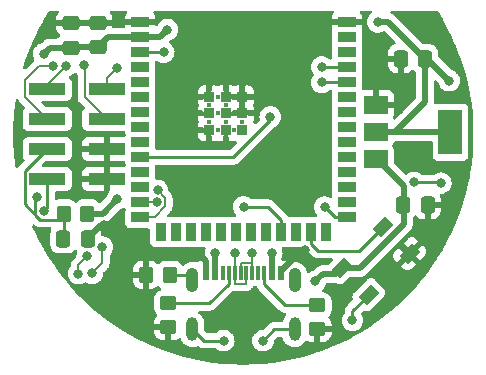
<source format=gbr>
%TF.GenerationSoftware,KiCad,Pcbnew,(6.0.4)*%
%TF.CreationDate,2023-03-23T02:18:42+01:00*%
%TF.ProjectId,FabLight,4661624c-6967-4687-942e-6b696361645f,rev?*%
%TF.SameCoordinates,Original*%
%TF.FileFunction,Copper,L1,Top*%
%TF.FilePolarity,Positive*%
%FSLAX46Y46*%
G04 Gerber Fmt 4.6, Leading zero omitted, Abs format (unit mm)*
G04 Created by KiCad (PCBNEW (6.0.4)) date 2023-03-23 02:18:42*
%MOMM*%
%LPD*%
G01*
G04 APERTURE LIST*
G04 Aperture macros list*
%AMRoundRect*
0 Rectangle with rounded corners*
0 $1 Rounding radius*
0 $2 $3 $4 $5 $6 $7 $8 $9 X,Y pos of 4 corners*
0 Add a 4 corners polygon primitive as box body*
4,1,4,$2,$3,$4,$5,$6,$7,$8,$9,$2,$3,0*
0 Add four circle primitives for the rounded corners*
1,1,$1+$1,$2,$3*
1,1,$1+$1,$4,$5*
1,1,$1+$1,$6,$7*
1,1,$1+$1,$8,$9*
0 Add four rect primitives between the rounded corners*
20,1,$1+$1,$2,$3,$4,$5,0*
20,1,$1+$1,$4,$5,$6,$7,0*
20,1,$1+$1,$6,$7,$8,$9,0*
20,1,$1+$1,$8,$9,$2,$3,0*%
%AMRotRect*
0 Rectangle, with rotation*
0 The origin of the aperture is its center*
0 $1 length*
0 $2 width*
0 $3 Rotation angle, in degrees counterclockwise*
0 Add horizontal line*
21,1,$1,$2,0,0,$3*%
G04 Aperture macros list end*
%TA.AperFunction,SMDPad,CuDef*%
%ADD10RotRect,1.500000X1.000000X45.000000*%
%TD*%
%TA.AperFunction,SMDPad,CuDef*%
%ADD11RoundRect,0.250000X0.350000X0.450000X-0.350000X0.450000X-0.350000X-0.450000X0.350000X-0.450000X0*%
%TD*%
%TA.AperFunction,SMDPad,CuDef*%
%ADD12R,2.000000X1.500000*%
%TD*%
%TA.AperFunction,SMDPad,CuDef*%
%ADD13R,2.000000X3.800000*%
%TD*%
%TA.AperFunction,SMDPad,CuDef*%
%ADD14RoundRect,0.250000X-0.337500X-0.475000X0.337500X-0.475000X0.337500X0.475000X-0.337500X0.475000X0*%
%TD*%
%TA.AperFunction,SMDPad,CuDef*%
%ADD15RoundRect,0.250000X-0.450000X0.350000X-0.450000X-0.350000X0.450000X-0.350000X0.450000X0.350000X0*%
%TD*%
%TA.AperFunction,SMDPad,CuDef*%
%ADD16R,3.150000X1.000000*%
%TD*%
%TA.AperFunction,SMDPad,CuDef*%
%ADD17RoundRect,0.250000X0.475000X-0.337500X0.475000X0.337500X-0.475000X0.337500X-0.475000X-0.337500X0*%
%TD*%
%TA.AperFunction,ComponentPad*%
%ADD18C,0.400000*%
%TD*%
%TA.AperFunction,SMDPad,CuDef*%
%ADD19R,1.500000X0.900000*%
%TD*%
%TA.AperFunction,SMDPad,CuDef*%
%ADD20R,0.900000X1.500000*%
%TD*%
%TA.AperFunction,SMDPad,CuDef*%
%ADD21R,0.900000X0.900000*%
%TD*%
%TA.AperFunction,SMDPad,CuDef*%
%ADD22R,0.600000X1.150000*%
%TD*%
%TA.AperFunction,SMDPad,CuDef*%
%ADD23R,0.300000X1.150000*%
%TD*%
%TA.AperFunction,ComponentPad*%
%ADD24O,1.050000X2.100000*%
%TD*%
%TA.AperFunction,ComponentPad*%
%ADD25O,1.000000X2.000000*%
%TD*%
%TA.AperFunction,SMDPad,CuDef*%
%ADD26RoundRect,0.250000X0.337500X0.475000X-0.337500X0.475000X-0.337500X-0.475000X0.337500X-0.475000X0*%
%TD*%
%TA.AperFunction,ViaPad*%
%ADD27C,0.800000*%
%TD*%
%TA.AperFunction,Conductor*%
%ADD28C,0.508000*%
%TD*%
%TA.AperFunction,Conductor*%
%ADD29C,0.250000*%
%TD*%
%TA.AperFunction,Conductor*%
%ADD30C,0.200000*%
%TD*%
G04 APERTURE END LIST*
D10*
%TO.P,D1,1,VDD*%
%TO.N,+5V*%
X46464606Y-49722538D03*
%TO.P,D1,2,DOUT*%
%TO.N,Net-(D1-Pad2)*%
X48727347Y-51985279D03*
%TO.P,D1,3,VSS*%
%TO.N,GND*%
X52192170Y-48520456D03*
%TO.P,D1,4,DIN*%
%TO.N,WS2812_LED*%
X49929429Y-46257715D03*
%TD*%
D11*
%TO.P,R2,1*%
%TO.N,Net-(J4-PadS1)*%
X31866981Y-50323320D03*
%TO.P,R2,2*%
%TO.N,GND*%
X29866981Y-50323320D03*
%TD*%
D12*
%TO.P,U1,1,GND*%
%TO.N,GND*%
X49343265Y-35931714D03*
D13*
%TO.P,U1,2,VO*%
%TO.N,+3V3*%
X55643265Y-38231714D03*
D12*
X49343265Y-38231714D03*
%TO.P,U1,3,VI*%
%TO.N,+5V*%
X49343265Y-40531714D03*
%TD*%
D14*
%TO.P,C3,1*%
%TO.N,ESP_EN*%
X22870384Y-47267118D03*
%TO.P,C3,2*%
%TO.N,GND*%
X24945384Y-47267118D03*
%TD*%
D15*
%TO.P,R3,1*%
%TO.N,Net-(J4-PadA5)*%
X31753035Y-52722396D03*
%TO.P,R3,2*%
%TO.N,GND*%
X31753035Y-54722396D03*
%TD*%
D16*
%TO.P,J7,1,Pin_1*%
%TO.N,ESP_D+*%
X21498782Y-34578112D03*
%TO.P,J7,2,Pin_2*%
%TO.N,USB_D+*%
X26548782Y-34578112D03*
%TO.P,J7,3,Pin_3*%
%TO.N,ESP_D-*%
X21498782Y-37118112D03*
%TO.P,J7,4,Pin_4*%
%TO.N,USB_D-*%
X26548782Y-37118112D03*
%TO.P,J7,5,Pin_5*%
%TO.N,ESP_EN*%
X21498782Y-39658112D03*
%TO.P,J7,6,Pin_6*%
%TO.N,GND*%
X26548782Y-39658112D03*
%TO.P,J7,7,Pin_7*%
%TO.N,ESP_IO0*%
X21498782Y-42198112D03*
%TO.P,J7,8,Pin_8*%
%TO.N,GND*%
X26548782Y-42198112D03*
%TD*%
D17*
%TO.P,C5,1*%
%TO.N,+3V3*%
X23500158Y-31066110D03*
%TO.P,C5,2*%
%TO.N,GND*%
X23500158Y-28991110D03*
%TD*%
D18*
%TO.P,U2,*%
%TO.N,*%
X35928224Y-36636597D03*
D19*
%TO.P,U2,1,GND*%
%TO.N,GND*%
X29378224Y-28916597D03*
%TO.P,U2,2,3V3*%
%TO.N,+3V3*%
X29378224Y-30186597D03*
%TO.P,U2,3,EN*%
%TO.N,ESP_EN*%
X29378224Y-31456597D03*
%TO.P,U2,4,IO4*%
%TO.N,unconnected-(U2-Pad4)*%
X29378224Y-32726597D03*
%TO.P,U2,5,IO5*%
%TO.N,unconnected-(U2-Pad5)*%
X29378224Y-33996597D03*
%TO.P,U2,6,IO6*%
%TO.N,unconnected-(U2-Pad6)*%
X29378224Y-35266597D03*
%TO.P,U2,7,IO7*%
%TO.N,unconnected-(U2-Pad7)*%
X29378224Y-36536597D03*
%TO.P,U2,8,IO15*%
%TO.N,unconnected-(U2-Pad8)*%
X29378224Y-37806597D03*
%TO.P,U2,9,IO16*%
%TO.N,unconnected-(U2-Pad9)*%
X29378224Y-39076597D03*
%TO.P,U2,10,IO17*%
%TO.N,LED*%
X29378224Y-40346597D03*
%TO.P,U2,11,IO18*%
%TO.N,unconnected-(U2-Pad11)*%
X29378224Y-41616597D03*
%TO.P,U2,12,IO8*%
%TO.N,unconnected-(U2-Pad12)*%
X29378224Y-42886597D03*
%TO.P,U2,13,IO19*%
%TO.N,ESP_D-*%
X29378224Y-44156597D03*
%TO.P,U2,14,IO20*%
%TO.N,ESP_D+*%
X29378224Y-45426597D03*
D20*
%TO.P,U2,15,IO3*%
%TO.N,unconnected-(U2-Pad15)*%
X31143224Y-46676597D03*
%TO.P,U2,16,IO46*%
%TO.N,unconnected-(U2-Pad16)*%
X32413224Y-46676597D03*
%TO.P,U2,17,IO9*%
%TO.N,unconnected-(U2-Pad17)*%
X33683224Y-46676597D03*
%TO.P,U2,18,IO10*%
%TO.N,unconnected-(U2-Pad18)*%
X34953224Y-46676597D03*
%TO.P,U2,19,IO11*%
%TO.N,unconnected-(U2-Pad19)*%
X36223224Y-46676597D03*
%TO.P,U2,20,IO12*%
%TO.N,unconnected-(U2-Pad20)*%
X37493224Y-46676597D03*
%TO.P,U2,21,IO13*%
%TO.N,unconnected-(U2-Pad21)*%
X38763224Y-46676597D03*
%TO.P,U2,22,IO14*%
%TO.N,unconnected-(U2-Pad22)*%
X40033224Y-46676597D03*
%TO.P,U2,23,IO21*%
%TO.N,BUZZER*%
X41303224Y-46676597D03*
%TO.P,U2,24,IO47*%
%TO.N,unconnected-(U2-Pad24)*%
X42573224Y-46676597D03*
%TO.P,U2,25,IO48*%
%TO.N,WS2812_LED*%
X43843224Y-46676597D03*
%TO.P,U2,26,IO45*%
%TO.N,unconnected-(U2-Pad26)*%
X45113224Y-46676597D03*
D19*
%TO.P,U2,27,IO0*%
%TO.N,ESP_IO0*%
X46878224Y-45426597D03*
%TO.P,U2,28,IO35*%
%TO.N,unconnected-(U2-Pad28)*%
X46878224Y-44156597D03*
%TO.P,U2,29,IO36*%
%TO.N,unconnected-(U2-Pad29)*%
X46878224Y-42886597D03*
%TO.P,U2,30,IO37*%
%TO.N,unconnected-(U2-Pad30)*%
X46878224Y-41616597D03*
%TO.P,U2,31,IO38*%
%TO.N,unconnected-(U2-Pad31)*%
X46878224Y-40346597D03*
%TO.P,U2,32,IO39*%
%TO.N,unconnected-(U2-Pad32)*%
X46878224Y-39076597D03*
%TO.P,U2,33,IO40*%
%TO.N,unconnected-(U2-Pad33)*%
X46878224Y-37806597D03*
%TO.P,U2,34,IO41*%
%TO.N,unconnected-(U2-Pad34)*%
X46878224Y-36536597D03*
%TO.P,U2,35,IO42*%
%TO.N,unconnected-(U2-Pad35)*%
X46878224Y-35266597D03*
%TO.P,U2,36,RXD0*%
%TO.N,ESP_RX*%
X46878224Y-33996597D03*
%TO.P,U2,37,TXD0*%
%TO.N,ESP_TX*%
X46878224Y-32726597D03*
%TO.P,U2,38,IO2*%
%TO.N,unconnected-(U2-Pad38)*%
X46878224Y-31456597D03*
%TO.P,U2,39,IO1*%
%TO.N,unconnected-(U2-Pad39)*%
X46878224Y-30186597D03*
%TO.P,U2,40,GND*%
%TO.N,GND*%
X46878224Y-28916597D03*
D21*
%TO.P,U2,41_1,GND*%
X36628224Y-36636597D03*
%TO.P,U2,41_2,GND*%
X35228224Y-36636597D03*
%TO.P,U2,41_3,GND*%
X38028224Y-36636597D03*
%TO.P,U2,41_4,GND*%
X35228224Y-38036597D03*
%TO.P,U2,41_5,GND*%
X36628224Y-38036597D03*
%TO.P,U2,41_6,GND*%
X38028224Y-38036597D03*
%TO.P,U2,41_7,GND*%
X35228224Y-35236597D03*
%TO.P,U2,41_8,GND*%
X36628224Y-35236597D03*
%TO.P,U2,41_9,GND*%
X38028224Y-35236597D03*
D18*
%TO.P,U2,41_10*%
%TO.N,N/C*%
X36628224Y-35936597D03*
%TO.P,U2,41_11*%
X35228224Y-35936597D03*
%TO.P,U2,41_13*%
X35228224Y-37336597D03*
%TO.P,U2,41_14*%
X36628224Y-37336597D03*
%TO.P,U2,41_15*%
X38028224Y-37336597D03*
%TO.P,U2,41_16*%
X35928224Y-35236597D03*
%TO.P,U2,41_20*%
X35928224Y-38036597D03*
%TO.P,U2,41_21*%
X37328224Y-38036597D03*
%TD*%
D11*
%TO.P,R4,1*%
%TO.N,+3V3*%
X24907884Y-45126240D03*
%TO.P,R4,2*%
%TO.N,ESP_EN*%
X22907884Y-45126240D03*
%TD*%
D22*
%TO.P,J4,A1_B12,GND*%
%TO.N,GND*%
X34918816Y-50184386D03*
%TO.P,J4,A4_B9,VBUS*%
%TO.N,+5V*%
X35718816Y-50184386D03*
D23*
%TO.P,J4,A5,CC1*%
%TO.N,Net-(J4-PadA5)*%
X36868816Y-50184386D03*
%TO.P,J4,A6,DP1*%
%TO.N,USB_D+*%
X37868816Y-50184386D03*
%TO.P,J4,A7,DN1*%
%TO.N,USB_D-*%
X38368816Y-50184386D03*
%TO.P,J4,A8,SBU1*%
%TO.N,unconnected-(J4-PadA8)*%
X39368816Y-50184386D03*
D22*
%TO.P,J4,B1_A12,GND*%
%TO.N,GND*%
X41318816Y-50184386D03*
%TO.P,J4,B4_A9,VBUS*%
%TO.N,+5V*%
X40518816Y-50184386D03*
D23*
%TO.P,J4,B5,CC2*%
%TO.N,Net-(J4-PadB5)*%
X39868816Y-50184386D03*
%TO.P,J4,B6,DP2*%
%TO.N,USB_D+*%
X38868816Y-50184386D03*
%TO.P,J4,B7,DN2*%
%TO.N,USB_D-*%
X37368816Y-50184386D03*
%TO.P,J4,B8,SBU2*%
%TO.N,unconnected-(J4-PadB8)*%
X36368816Y-50184386D03*
D24*
%TO.P,J4,S1,SHELL_GND*%
%TO.N,Net-(J4-PadS1)*%
X33798816Y-50759386D03*
D25*
%TO.P,J4,S2,SHELL_GND*%
X33798816Y-54939386D03*
%TO.P,J4,S3,SHELL_GND*%
X42438816Y-54939386D03*
D24*
%TO.P,J4,S4,SHELL_GND*%
X42438816Y-50759386D03*
%TD*%
D26*
%TO.P,C2,1*%
%TO.N,+3V3*%
X53511949Y-32016463D03*
%TO.P,C2,2*%
%TO.N,GND*%
X51436949Y-32016463D03*
%TD*%
D15*
%TO.P,R1,1*%
%TO.N,Net-(J4-PadB5)*%
X44365225Y-52904287D03*
%TO.P,R1,2*%
%TO.N,GND*%
X44365225Y-54904287D03*
%TD*%
D17*
%TO.P,C4,1*%
%TO.N,+3V3*%
X25778618Y-31057545D03*
%TO.P,C4,2*%
%TO.N,GND*%
X25778618Y-28982545D03*
%TD*%
D14*
%TO.P,C1,1*%
%TO.N,+5V*%
X51628649Y-44384243D03*
%TO.P,C1,2*%
%TO.N,GND*%
X53703649Y-44384243D03*
%TD*%
D27*
%TO.N,+5V*%
X44212690Y-50867507D03*
X40513163Y-48476967D03*
X35729638Y-48476967D03*
%TO.N,GND*%
X55221631Y-45362490D03*
X31221425Y-32934316D03*
X43297522Y-48209170D03*
X33601689Y-29914298D03*
X26336634Y-46107971D03*
X38004706Y-32209888D03*
X39160187Y-40570804D03*
X29066958Y-52907830D03*
X49587393Y-33908750D03*
X32950804Y-44672760D03*
X43724864Y-29933114D03*
X51287335Y-36356759D03*
X51590083Y-40827759D03*
X50164426Y-30371283D03*
X46114536Y-52832565D03*
X45700577Y-55956073D03*
X24024186Y-38456903D03*
X34397570Y-48593365D03*
X31400180Y-36575272D03*
X43950660Y-41655676D03*
%TO.N,+3V3*%
X27423798Y-43884363D03*
X55532376Y-33865924D03*
X49464850Y-28899025D03*
X31683435Y-29557596D03*
X21217493Y-31592590D03*
%TO.N,ESP_EN*%
X20639877Y-43687838D03*
X31363356Y-31457640D03*
%TO.N,Net-(D1-Pad2)*%
X47337526Y-54151596D03*
%TO.N,ESP_TX*%
X44748025Y-32712060D03*
%TO.N,ESP_RX*%
X44735481Y-34016658D03*
%TO.N,ESP_IO0*%
X44994728Y-44576588D03*
X21214415Y-44925532D03*
X54826286Y-42540245D03*
X52568329Y-42490068D03*
%TO.N,ESP_D+*%
X23123428Y-32593496D03*
X30837567Y-43159656D03*
%TO.N,USB_D+*%
X24145579Y-50204352D03*
X27407073Y-32824554D03*
X38863802Y-48486290D03*
X24875930Y-48739754D03*
%TO.N,ESP_D-*%
X21969361Y-32593496D03*
X30799877Y-44158448D03*
%TO.N,USB_D-*%
X25312190Y-50191807D03*
X37369648Y-48469564D03*
X26174954Y-47970089D03*
X24609714Y-32586214D03*
%TO.N,Net-(J4-PadS1)*%
X36446457Y-55880000D03*
X39766490Y-55888362D03*
%TO.N,BUZZER*%
X38122300Y-44549207D03*
%TO.N,LED*%
X40380753Y-36935277D03*
%TD*%
D28*
%TO.N,+5V*%
X49421714Y-40531714D02*
X49343265Y-40531714D01*
X35720315Y-48486290D02*
X35729638Y-48476967D01*
X51666149Y-44384243D02*
X51666149Y-46020143D01*
X35718816Y-50184386D02*
X35718816Y-48487789D01*
X44826749Y-50253448D02*
X45933696Y-50253448D01*
X35718816Y-49101386D02*
X35718816Y-50184386D01*
X51666149Y-42776149D02*
X49421714Y-40531714D01*
X44826749Y-50253448D02*
X44212690Y-50867507D01*
X51666149Y-44384243D02*
X51666149Y-42776149D01*
X40518816Y-48482620D02*
X40513163Y-48476967D01*
X46464606Y-49722538D02*
X47963754Y-49722538D01*
X40518816Y-49101386D02*
X40518816Y-50184386D01*
X35718816Y-48487789D02*
X35729638Y-48476967D01*
X40518816Y-50184386D02*
X40518816Y-48482620D01*
X47963754Y-49722538D02*
X51666149Y-46020143D01*
X45933696Y-50253448D02*
X46464606Y-49722538D01*
%TO.N,GND*%
X34918816Y-50184386D02*
X34918816Y-49114611D01*
X34918816Y-49114611D02*
X34397570Y-48593365D01*
X26067031Y-46107971D02*
X24907884Y-47267118D01*
X43297522Y-48209170D02*
X43080196Y-48209170D01*
X43080196Y-48209170D02*
X41318816Y-49970550D01*
X26336634Y-46107971D02*
X26067031Y-46107971D01*
X53666149Y-44384243D02*
X54243384Y-44384243D01*
X41318816Y-49970550D02*
X41318816Y-50184386D01*
%TO.N,+3V3*%
X55643265Y-38231714D02*
X50931714Y-38231714D01*
X25778618Y-31057545D02*
X23508723Y-31057545D01*
X53474449Y-32016463D02*
X50357011Y-28899025D01*
X27423798Y-43884363D02*
X26181921Y-45126240D01*
X50931714Y-38231714D02*
X49343265Y-38231714D01*
X25778618Y-31057545D02*
X26649566Y-30186597D01*
X31054434Y-30186597D02*
X29378224Y-30186597D01*
X23500158Y-31066110D02*
X21743973Y-31066110D01*
X53682915Y-32016463D02*
X55532376Y-33865924D01*
X23508723Y-31057545D02*
X23500158Y-31066110D01*
X31683435Y-29557596D02*
X31054434Y-30186597D01*
X53474449Y-35688979D02*
X50931714Y-38231714D01*
X21743973Y-31066110D02*
X21217493Y-31592590D01*
X50357011Y-28899025D02*
X49464850Y-28899025D01*
X26649566Y-30186597D02*
X29378224Y-30186597D01*
X26181921Y-45126240D02*
X24907884Y-45126240D01*
X53474449Y-32016463D02*
X53474449Y-35688979D01*
X53474449Y-32016463D02*
X53682915Y-32016463D01*
D29*
%TO.N,ESP_EN*%
X29378224Y-31456597D02*
X31362313Y-31456597D01*
X19599271Y-41557623D02*
X21498782Y-39658112D01*
X31362313Y-31456597D02*
X31363356Y-31457640D01*
X19599271Y-44335002D02*
X20914312Y-45650043D01*
X22384081Y-45650043D02*
X22907884Y-45126240D01*
X20489904Y-43837811D02*
X20489904Y-45225635D01*
X20489904Y-45225635D02*
X20914312Y-45650043D01*
X19599271Y-41557623D02*
X19599271Y-44335002D01*
X20914312Y-45650043D02*
X22384081Y-45650043D01*
X20639877Y-43687838D02*
X20489904Y-43837811D01*
X22907884Y-47267118D02*
X22907884Y-45126240D01*
%TO.N,Net-(D1-Pad2)*%
X48727347Y-51985279D02*
X47337526Y-53375100D01*
X47337526Y-53375100D02*
X47337526Y-54151596D01*
%TO.N,WS2812_LED*%
X43843224Y-47676597D02*
X44426627Y-48260000D01*
X47927144Y-48260000D02*
X49929429Y-46257715D01*
X43843224Y-46676597D02*
X43843224Y-47676597D01*
X44426627Y-48260000D02*
X47927144Y-48260000D01*
%TO.N,ESP_TX*%
X44762562Y-32726597D02*
X44748025Y-32712060D01*
X46878224Y-32726597D02*
X44762562Y-32726597D01*
%TO.N,ESP_RX*%
X44755542Y-33996597D02*
X44735481Y-34016658D01*
X46878224Y-33996597D02*
X44755542Y-33996597D01*
%TO.N,ESP_IO0*%
X52568329Y-42490068D02*
X54776109Y-42490068D01*
X21214415Y-44925532D02*
X21498782Y-44641165D01*
X45844737Y-45426597D02*
X44994728Y-44576588D01*
X21498782Y-44641165D02*
X21498782Y-42198112D01*
X46878224Y-45426597D02*
X45844737Y-45426597D01*
X54776109Y-42490068D02*
X54826286Y-42540245D01*
D30*
%TO.N,ESP_D+*%
X31499388Y-44514771D02*
X30587562Y-45426597D01*
X21498782Y-34218142D02*
X21498782Y-34578112D01*
X31499388Y-43821477D02*
X31499388Y-44514771D01*
X23123428Y-32593496D02*
X21498782Y-34218142D01*
X30837567Y-43159656D02*
X31499388Y-43821477D01*
X30587562Y-45426597D02*
X29378224Y-45426597D01*
%TO.N,USB_D+*%
X38868816Y-50184386D02*
X38868816Y-49360364D01*
X24145579Y-49470105D02*
X24875930Y-48739754D01*
X24145579Y-50204352D02*
X24145579Y-49470105D01*
X38868816Y-50184386D02*
X38868816Y-48491304D01*
X38868816Y-49360364D02*
X38818327Y-49309875D01*
X38868816Y-48491304D02*
X38863802Y-48486290D01*
X37919305Y-49309875D02*
X37868816Y-49360364D01*
X38818327Y-49309875D02*
X37919305Y-49309875D01*
X37868816Y-49360364D02*
X37868816Y-50184386D01*
X26548782Y-34578112D02*
X26548782Y-33682845D01*
X26548782Y-33682845D02*
X27407073Y-32824554D01*
%TO.N,ESP_D-*%
X19624271Y-33778601D02*
X19624271Y-35243601D01*
X19624271Y-35243601D02*
X21498782Y-37118112D01*
X21969361Y-32593496D02*
X20809376Y-32593496D01*
X30799877Y-44158448D02*
X30798026Y-44156597D01*
X30798026Y-44156597D02*
X29378224Y-44156597D01*
X20809376Y-32593496D02*
X19624271Y-33778601D01*
%TO.N,USB_D-*%
X37368816Y-51008408D02*
X37419305Y-51058897D01*
X24674271Y-32650771D02*
X24609714Y-32586214D01*
X26174954Y-49329043D02*
X25312190Y-50191807D01*
X37368816Y-50184386D02*
X37368816Y-48470396D01*
X38318327Y-51058897D02*
X38368816Y-51008408D01*
X37419305Y-51058897D02*
X38318327Y-51058897D01*
X37368816Y-48470396D02*
X37369648Y-48469564D01*
X37368816Y-50184386D02*
X37368816Y-51008408D01*
X26174954Y-47970089D02*
X26174954Y-49329043D01*
X38368816Y-51008408D02*
X38368816Y-50184386D01*
X26548782Y-37118112D02*
X24674271Y-35243601D01*
X24674271Y-35243601D02*
X24674271Y-32650771D01*
D29*
%TO.N,Net-(J4-PadB5)*%
X41664444Y-52904287D02*
X39868816Y-51108659D01*
X39868816Y-51108659D02*
X39868816Y-50184386D01*
X44365225Y-52904287D02*
X41664444Y-52904287D01*
%TO.N,Net-(J4-PadS1)*%
X34739430Y-55880000D02*
X33798816Y-54939386D01*
X36446457Y-55880000D02*
X34739430Y-55880000D01*
X31866981Y-50323320D02*
X33362750Y-50323320D01*
X39766490Y-55888362D02*
X40715466Y-54939386D01*
X33362750Y-50323320D02*
X33798816Y-50759386D01*
X40715466Y-54939386D02*
X42438816Y-54939386D01*
%TO.N,Net-(J4-PadA5)*%
X35204828Y-52722396D02*
X36868816Y-51058408D01*
X36868816Y-51058408D02*
X36868816Y-50184386D01*
X31753035Y-52722396D02*
X35204828Y-52722396D01*
%TO.N,BUZZER*%
X40175834Y-44549207D02*
X38122300Y-44549207D01*
X41303224Y-46676597D02*
X41303224Y-45676597D01*
X41303224Y-45676597D02*
X40175834Y-44549207D01*
%TO.N,LED*%
X40380753Y-36935277D02*
X40380753Y-37233090D01*
X37267246Y-40346597D02*
X29378224Y-40346597D01*
X40380753Y-37233090D02*
X37267246Y-40346597D01*
%TD*%
%TA.AperFunction,Conductor*%
%TO.N,GND*%
G36*
X54531776Y-27960002D02*
G01*
X54571372Y-28000632D01*
X54978722Y-28671923D01*
X54981439Y-28676628D01*
X55092316Y-28878730D01*
X55387857Y-29417431D01*
X55390395Y-29422308D01*
X55764083Y-30180073D01*
X55766406Y-30185055D01*
X55892850Y-30472419D01*
X56092613Y-30926414D01*
X56106689Y-30958405D01*
X56108789Y-30963474D01*
X56399423Y-31710836D01*
X56415025Y-31750957D01*
X56416900Y-31756108D01*
X56623977Y-32366140D01*
X56688491Y-32556192D01*
X56690144Y-32561434D01*
X56922933Y-33360097D01*
X56926571Y-33372580D01*
X56927993Y-33377885D01*
X57095428Y-34062130D01*
X57128821Y-34198597D01*
X57130008Y-34203950D01*
X57169575Y-34402868D01*
X57294841Y-35032629D01*
X57295796Y-35038042D01*
X57424332Y-35873146D01*
X57425049Y-35878595D01*
X57516223Y-36711099D01*
X57517029Y-36718462D01*
X57517508Y-36723938D01*
X57537878Y-37034731D01*
X57571122Y-37541925D01*
X57572768Y-37567045D01*
X57573008Y-37572531D01*
X57588240Y-38270595D01*
X57591440Y-38417251D01*
X57591440Y-38422749D01*
X57576518Y-39106626D01*
X57573008Y-39267463D01*
X57572768Y-39272950D01*
X57530876Y-39912112D01*
X57517509Y-40116051D01*
X57517030Y-40121523D01*
X57439461Y-40829804D01*
X57425049Y-40961403D01*
X57424332Y-40966854D01*
X57295796Y-41801958D01*
X57294841Y-41807371D01*
X57254731Y-42009019D01*
X57131524Y-42628430D01*
X57130011Y-42636035D01*
X57128824Y-42641388D01*
X56934654Y-43434895D01*
X56927994Y-43462111D01*
X56926572Y-43467415D01*
X56799718Y-43902633D01*
X56690144Y-44278565D01*
X56688491Y-44283808D01*
X56440147Y-45015409D01*
X56416905Y-45083877D01*
X56415030Y-45089028D01*
X56109421Y-45874900D01*
X56108793Y-45876516D01*
X56106693Y-45881585D01*
X56020658Y-46077115D01*
X55766406Y-46654945D01*
X55764083Y-46659927D01*
X55390395Y-47417692D01*
X55387857Y-47422569D01*
X55246358Y-47680488D01*
X54981439Y-48163372D01*
X54978722Y-48168077D01*
X54540391Y-48890424D01*
X54537437Y-48895060D01*
X54494020Y-48960038D01*
X54068018Y-49597596D01*
X54064889Y-49602065D01*
X53782764Y-49986835D01*
X53565265Y-50283466D01*
X53561918Y-50287827D01*
X53033090Y-50946733D01*
X53029557Y-50950945D01*
X52771866Y-51244786D01*
X52473162Y-51585393D01*
X52472453Y-51586201D01*
X52468742Y-51590251D01*
X52305927Y-51760330D01*
X51884473Y-52200586D01*
X51880586Y-52204473D01*
X51270254Y-52788739D01*
X51266205Y-52792449D01*
X51080475Y-52955330D01*
X50630945Y-53349557D01*
X50626733Y-53353090D01*
X49967827Y-53881918D01*
X49963466Y-53885265D01*
X49880086Y-53946402D01*
X49282065Y-54384889D01*
X49277596Y-54388018D01*
X48818958Y-54694470D01*
X48575060Y-54857437D01*
X48570436Y-54860383D01*
X47848077Y-55298722D01*
X47843382Y-55301433D01*
X47501211Y-55489155D01*
X47102569Y-55707857D01*
X47097692Y-55710395D01*
X46339927Y-56084083D01*
X46334945Y-56086406D01*
X45973898Y-56245271D01*
X45561585Y-56426693D01*
X45556526Y-56428789D01*
X44769028Y-56735030D01*
X44763892Y-56736900D01*
X44108671Y-56959317D01*
X43963808Y-57008491D01*
X43958565Y-57010144D01*
X43147420Y-57246571D01*
X43142115Y-57247993D01*
X42321388Y-57448824D01*
X42316050Y-57450008D01*
X41908286Y-57531117D01*
X41487371Y-57614841D01*
X41481958Y-57615796D01*
X40646854Y-57744332D01*
X40641405Y-57745049D01*
X39801523Y-57837030D01*
X39796055Y-57837509D01*
X38952950Y-57892768D01*
X38947469Y-57893008D01*
X38195060Y-57909426D01*
X38102749Y-57911440D01*
X38097251Y-57911440D01*
X38004940Y-57909426D01*
X37252531Y-57893008D01*
X37247050Y-57892768D01*
X36403945Y-57837509D01*
X36398477Y-57837030D01*
X35558595Y-57745049D01*
X35553146Y-57744332D01*
X34718042Y-57615796D01*
X34712629Y-57614841D01*
X34291714Y-57531117D01*
X33883950Y-57450008D01*
X33878612Y-57448824D01*
X33057885Y-57247993D01*
X33052580Y-57246571D01*
X32241435Y-57010144D01*
X32236192Y-57008491D01*
X32091329Y-56959317D01*
X31436108Y-56736900D01*
X31430972Y-56735030D01*
X30643474Y-56428789D01*
X30638415Y-56426693D01*
X30226102Y-56245271D01*
X29865055Y-56086406D01*
X29860073Y-56084083D01*
X29102308Y-55710395D01*
X29097431Y-55707857D01*
X28698789Y-55489155D01*
X28356618Y-55301433D01*
X28351923Y-55298722D01*
X28056560Y-55119491D01*
X30545036Y-55119491D01*
X30545373Y-55126010D01*
X30555292Y-55221602D01*
X30558184Y-55234996D01*
X30609623Y-55389180D01*
X30615796Y-55402358D01*
X30701098Y-55540203D01*
X30710134Y-55551604D01*
X30824864Y-55666135D01*
X30836275Y-55675147D01*
X30974278Y-55760212D01*
X30987459Y-55766359D01*
X31141745Y-55817534D01*
X31155121Y-55820401D01*
X31249473Y-55830068D01*
X31255889Y-55830396D01*
X31480920Y-55830396D01*
X31496159Y-55825921D01*
X31497364Y-55824531D01*
X31499035Y-55816848D01*
X31499035Y-54994511D01*
X31494560Y-54979272D01*
X31493170Y-54978067D01*
X31485487Y-54976396D01*
X30563151Y-54976396D01*
X30547912Y-54980871D01*
X30546707Y-54982261D01*
X30545036Y-54989944D01*
X30545036Y-55119491D01*
X28056560Y-55119491D01*
X27629564Y-54860383D01*
X27624940Y-54857437D01*
X27381042Y-54694470D01*
X26922404Y-54388018D01*
X26917935Y-54384889D01*
X26319914Y-53946402D01*
X26236534Y-53885265D01*
X26232173Y-53881918D01*
X25573267Y-53353090D01*
X25569055Y-53349557D01*
X25119525Y-52955330D01*
X24933795Y-52792449D01*
X24929746Y-52788739D01*
X24319414Y-52204473D01*
X24315527Y-52200586D01*
X23894073Y-51760330D01*
X23731258Y-51590251D01*
X23727547Y-51586201D01*
X23726839Y-51585393D01*
X23428134Y-51244786D01*
X23170443Y-50950945D01*
X23166910Y-50946733D01*
X22638082Y-50287827D01*
X22634735Y-50283466D01*
X22417236Y-49986835D01*
X22135111Y-49602065D01*
X22131982Y-49597596D01*
X21705980Y-48960038D01*
X21662563Y-48895060D01*
X21659609Y-48890424D01*
X21221278Y-48168077D01*
X21218561Y-48163372D01*
X20953642Y-47680488D01*
X20812143Y-47422569D01*
X20809605Y-47417692D01*
X20435917Y-46659927D01*
X20433594Y-46654945D01*
X20331774Y-46423543D01*
X20242086Y-46219711D01*
X20232958Y-46149305D01*
X20263345Y-46085140D01*
X20323598Y-46047589D01*
X20394588Y-46048574D01*
X20443667Y-46077115D01*
X20471962Y-46103685D01*
X20474805Y-46106441D01*
X20494542Y-46126178D01*
X20497739Y-46128658D01*
X20506759Y-46136361D01*
X20538991Y-46166629D01*
X20545937Y-46170448D01*
X20545940Y-46170450D01*
X20556746Y-46176391D01*
X20573265Y-46187242D01*
X20589271Y-46199657D01*
X20596540Y-46202802D01*
X20596544Y-46202805D01*
X20629849Y-46217217D01*
X20640499Y-46222434D01*
X20679252Y-46243738D01*
X20686927Y-46245709D01*
X20686928Y-46245709D01*
X20698874Y-46248776D01*
X20717578Y-46255180D01*
X20717856Y-46255300D01*
X20736167Y-46263224D01*
X20743990Y-46264463D01*
X20744000Y-46264466D01*
X20779836Y-46270142D01*
X20791456Y-46272548D01*
X20826601Y-46281571D01*
X20834282Y-46283543D01*
X20854536Y-46283543D01*
X20874246Y-46285094D01*
X20894255Y-46288263D01*
X20902147Y-46287517D01*
X20938273Y-46284102D01*
X20950131Y-46283543D01*
X21730581Y-46283543D01*
X21798702Y-46303545D01*
X21845195Y-46357201D01*
X21855299Y-46427475D01*
X21844777Y-46462791D01*
X21844611Y-46463148D01*
X21840769Y-46469380D01*
X21838465Y-46476328D01*
X21838463Y-46476331D01*
X21801806Y-46586851D01*
X21785087Y-46637257D01*
X21784387Y-46644093D01*
X21784386Y-46644096D01*
X21782764Y-46659927D01*
X21774384Y-46741718D01*
X21774384Y-47792518D01*
X21774721Y-47795764D01*
X21774721Y-47795768D01*
X21783499Y-47880364D01*
X21785358Y-47898284D01*
X21787539Y-47904820D01*
X21787539Y-47904822D01*
X21814680Y-47986173D01*
X21841334Y-48066064D01*
X21934406Y-48216466D01*
X22059581Y-48341423D01*
X22065811Y-48345263D01*
X22065812Y-48345264D01*
X22202974Y-48429812D01*
X22210146Y-48434233D01*
X22289889Y-48460682D01*
X22371495Y-48487750D01*
X22371497Y-48487750D01*
X22378023Y-48489915D01*
X22384859Y-48490615D01*
X22384862Y-48490616D01*
X22427915Y-48495027D01*
X22482484Y-48500618D01*
X23258284Y-48500618D01*
X23261530Y-48500281D01*
X23261534Y-48500281D01*
X23357192Y-48490356D01*
X23357196Y-48490355D01*
X23364050Y-48489644D01*
X23370586Y-48487463D01*
X23370588Y-48487463D01*
X23502690Y-48443390D01*
X23531830Y-48433668D01*
X23682232Y-48340596D01*
X23807189Y-48215421D01*
X23809986Y-48210883D01*
X23867237Y-48170294D01*
X23938160Y-48167064D01*
X23999571Y-48202690D01*
X24006946Y-48211186D01*
X24014981Y-48221324D01*
X24017723Y-48224061D01*
X24019000Y-48226394D01*
X24019529Y-48227062D01*
X24019415Y-48227153D01*
X24051803Y-48286343D01*
X24046801Y-48357163D01*
X24044453Y-48362915D01*
X24041403Y-48368198D01*
X23982388Y-48549826D01*
X23981698Y-48556387D01*
X23981698Y-48556389D01*
X23970154Y-48666228D01*
X23962426Y-48739754D01*
X23962614Y-48741540D01*
X23943114Y-48807950D01*
X23926211Y-48828924D01*
X23749345Y-49005790D01*
X23736954Y-49016657D01*
X23711592Y-49036118D01*
X23687105Y-49068030D01*
X23687102Y-49068033D01*
X23687096Y-49068041D01*
X23641107Y-49127975D01*
X23614055Y-49163229D01*
X23552741Y-49311254D01*
X23552741Y-49311255D01*
X23550993Y-49324531D01*
X23544038Y-49377359D01*
X23537079Y-49430220D01*
X23537079Y-49430225D01*
X23531829Y-49470105D01*
X23532907Y-49478294D01*
X23532907Y-49478696D01*
X23512905Y-49546817D01*
X23500544Y-49563005D01*
X23488129Y-49576793D01*
X23414372Y-49658709D01*
X23406539Y-49667408D01*
X23374168Y-49723476D01*
X23314875Y-49826175D01*
X23311052Y-49832796D01*
X23252037Y-50014424D01*
X23251347Y-50020985D01*
X23251347Y-50020987D01*
X23242684Y-50103410D01*
X23232075Y-50204352D01*
X23232765Y-50210917D01*
X23250029Y-50375172D01*
X23252037Y-50394280D01*
X23311052Y-50575908D01*
X23406539Y-50741296D01*
X23410957Y-50746203D01*
X23410958Y-50746204D01*
X23523030Y-50870673D01*
X23534326Y-50883218D01*
X23588429Y-50922526D01*
X23666219Y-50979044D01*
X23688827Y-50995470D01*
X23694855Y-50998154D01*
X23694857Y-50998155D01*
X23835114Y-51060601D01*
X23863291Y-51073146D01*
X23943072Y-51090104D01*
X24043635Y-51111480D01*
X24043640Y-51111480D01*
X24050092Y-51112852D01*
X24241066Y-51112852D01*
X24247518Y-51111480D01*
X24247523Y-51111480D01*
X24348086Y-51090104D01*
X24427867Y-51073146D01*
X24456044Y-51060601D01*
X24596301Y-50998155D01*
X24596303Y-50998154D01*
X24602331Y-50995470D01*
X24663458Y-50951059D01*
X24730324Y-50927201D01*
X24799476Y-50943281D01*
X24811565Y-50951049D01*
X24855438Y-50982925D01*
X24861466Y-50985609D01*
X24861468Y-50985610D01*
X24989210Y-51042484D01*
X25029902Y-51060601D01*
X25123303Y-51080454D01*
X25210246Y-51098935D01*
X25210251Y-51098935D01*
X25216703Y-51100307D01*
X25407677Y-51100307D01*
X25414129Y-51098935D01*
X25414134Y-51098935D01*
X25501077Y-51080454D01*
X25594478Y-51060601D01*
X25635170Y-51042484D01*
X25762912Y-50985610D01*
X25762914Y-50985609D01*
X25768942Y-50982925D01*
X25923443Y-50870673D01*
X25965720Y-50823720D01*
X25968696Y-50820415D01*
X28758982Y-50820415D01*
X28759319Y-50826934D01*
X28769238Y-50922526D01*
X28772130Y-50935920D01*
X28823569Y-51090104D01*
X28829742Y-51103282D01*
X28915044Y-51241127D01*
X28924080Y-51252528D01*
X29038810Y-51367059D01*
X29050221Y-51376071D01*
X29188224Y-51461136D01*
X29201405Y-51467283D01*
X29355691Y-51518458D01*
X29369067Y-51521325D01*
X29463419Y-51530992D01*
X29469835Y-51531320D01*
X29594866Y-51531320D01*
X29610105Y-51526845D01*
X29611310Y-51525455D01*
X29612981Y-51517772D01*
X29612981Y-50595435D01*
X29608506Y-50580196D01*
X29607116Y-50578991D01*
X29599433Y-50577320D01*
X28777097Y-50577320D01*
X28761858Y-50581795D01*
X28760653Y-50583185D01*
X28758982Y-50590868D01*
X28758982Y-50820415D01*
X25968696Y-50820415D01*
X26046811Y-50733659D01*
X26046812Y-50733658D01*
X26051230Y-50728751D01*
X26136170Y-50581631D01*
X26143413Y-50569086D01*
X26143414Y-50569085D01*
X26146717Y-50563363D01*
X26205732Y-50381735D01*
X26210868Y-50332874D01*
X26225004Y-50198372D01*
X26225694Y-50191807D01*
X26225506Y-50190021D01*
X26245006Y-50123611D01*
X26261909Y-50102637D01*
X26313341Y-50051205D01*
X28758981Y-50051205D01*
X28763456Y-50066444D01*
X28764846Y-50067649D01*
X28772529Y-50069320D01*
X29594866Y-50069320D01*
X29610105Y-50064845D01*
X29611310Y-50063455D01*
X29612981Y-50055772D01*
X29612981Y-49133436D01*
X29608506Y-49118197D01*
X29607116Y-49116992D01*
X29599433Y-49115321D01*
X29469886Y-49115321D01*
X29463367Y-49115658D01*
X29367775Y-49125577D01*
X29354381Y-49128469D01*
X29200197Y-49179908D01*
X29187019Y-49186081D01*
X29049174Y-49271383D01*
X29037773Y-49280419D01*
X28923242Y-49395149D01*
X28914230Y-49406560D01*
X28829165Y-49544563D01*
X28823018Y-49557744D01*
X28771843Y-49712030D01*
X28768976Y-49725406D01*
X28759309Y-49819758D01*
X28758981Y-49826175D01*
X28758981Y-50051205D01*
X26313341Y-50051205D01*
X26571188Y-49793358D01*
X26583579Y-49782491D01*
X26602391Y-49768056D01*
X26608941Y-49763030D01*
X26633428Y-49731118D01*
X26633432Y-49731114D01*
X26706478Y-49635919D01*
X26763163Y-49499070D01*
X26764632Y-49495523D01*
X26767792Y-49487894D01*
X26788705Y-49329043D01*
X26784532Y-49297344D01*
X26783454Y-49280899D01*
X26783454Y-48700379D01*
X26803456Y-48632258D01*
X26815818Y-48616069D01*
X26909575Y-48511941D01*
X26909576Y-48511940D01*
X26913994Y-48507033D01*
X27009481Y-48341645D01*
X27068496Y-48160017D01*
X27069714Y-48148434D01*
X27087768Y-47976654D01*
X27088458Y-47970089D01*
X27085298Y-47940023D01*
X27069186Y-47786724D01*
X27069186Y-47786722D01*
X27068496Y-47780161D01*
X27009481Y-47598533D01*
X26913994Y-47433145D01*
X26904472Y-47422569D01*
X26790629Y-47296134D01*
X26790628Y-47296133D01*
X26786207Y-47291223D01*
X26631706Y-47178971D01*
X26625678Y-47176287D01*
X26625676Y-47176286D01*
X26463273Y-47103980D01*
X26463272Y-47103980D01*
X26457242Y-47101295D01*
X26363842Y-47081442D01*
X26276898Y-47062961D01*
X26276893Y-47062961D01*
X26270441Y-47061589D01*
X26166883Y-47061589D01*
X26098762Y-47041587D01*
X26052269Y-46987931D01*
X26040883Y-46935589D01*
X26040883Y-46745023D01*
X26040546Y-46738504D01*
X26030627Y-46642912D01*
X26027735Y-46629518D01*
X25976296Y-46475334D01*
X25970123Y-46462156D01*
X25884821Y-46324311D01*
X25875785Y-46312910D01*
X25823961Y-46261176D01*
X25789882Y-46198893D01*
X25794885Y-46128073D01*
X25823805Y-46082986D01*
X25852017Y-46054724D01*
X25857189Y-46049543D01*
X25895795Y-45986913D01*
X25919397Y-45948624D01*
X25972170Y-45901130D01*
X26026657Y-45888740D01*
X26114545Y-45888740D01*
X26133495Y-45890173D01*
X26147894Y-45892364D01*
X26147900Y-45892364D01*
X26155129Y-45893464D01*
X26162421Y-45892871D01*
X26162424Y-45892871D01*
X26208104Y-45889155D01*
X26218319Y-45888740D01*
X26226446Y-45888740D01*
X26230082Y-45888316D01*
X26230084Y-45888316D01*
X26233536Y-45887913D01*
X26254845Y-45885429D01*
X26259165Y-45885002D01*
X26332347Y-45879049D01*
X26339309Y-45876793D01*
X26345297Y-45875597D01*
X26351254Y-45874189D01*
X26358528Y-45873341D01*
X26365410Y-45870843D01*
X26365414Y-45870842D01*
X26427528Y-45848295D01*
X26431632Y-45846885D01*
X26501496Y-45824253D01*
X26507759Y-45820453D01*
X26513301Y-45817915D01*
X26518777Y-45815173D01*
X26525662Y-45812674D01*
X26587053Y-45772425D01*
X26590721Y-45770110D01*
X26653502Y-45732013D01*
X26657707Y-45728299D01*
X26657710Y-45728297D01*
X26661926Y-45724573D01*
X26661952Y-45724602D01*
X26664883Y-45722002D01*
X26668237Y-45719198D01*
X26674356Y-45715186D01*
X26727910Y-45658653D01*
X26730287Y-45656212D01*
X27587313Y-44799186D01*
X27650210Y-44765035D01*
X27699622Y-44754532D01*
X27699631Y-44754529D01*
X27706086Y-44753157D01*
X27719093Y-44747366D01*
X27874520Y-44678166D01*
X27874522Y-44678165D01*
X27880550Y-44675481D01*
X27894379Y-44665434D01*
X27927845Y-44641119D01*
X27929798Y-44639700D01*
X27996665Y-44615842D01*
X28065817Y-44631922D01*
X28115297Y-44682836D01*
X28125818Y-44710832D01*
X28126479Y-44716913D01*
X28137896Y-44747368D01*
X28143079Y-44818174D01*
X28137898Y-44835821D01*
X28126479Y-44866281D01*
X28119724Y-44928463D01*
X28119724Y-45924731D01*
X28126479Y-45986913D01*
X28177609Y-46123302D01*
X28264963Y-46239858D01*
X28381519Y-46327212D01*
X28517908Y-46378342D01*
X28580090Y-46385097D01*
X30058724Y-46385097D01*
X30126845Y-46405099D01*
X30173338Y-46458755D01*
X30184724Y-46511097D01*
X30184724Y-47474731D01*
X30191479Y-47536913D01*
X30242609Y-47673302D01*
X30329963Y-47789858D01*
X30446519Y-47877212D01*
X30582908Y-47928342D01*
X30645090Y-47935097D01*
X31641358Y-47935097D01*
X31703540Y-47928342D01*
X31733995Y-47916925D01*
X31804801Y-47911742D01*
X31822448Y-47916923D01*
X31852908Y-47928342D01*
X31915090Y-47935097D01*
X32911358Y-47935097D01*
X32973540Y-47928342D01*
X33003995Y-47916925D01*
X33074801Y-47911742D01*
X33092448Y-47916923D01*
X33122908Y-47928342D01*
X33185090Y-47935097D01*
X34181358Y-47935097D01*
X34243540Y-47928342D01*
X34273995Y-47916925D01*
X34344801Y-47911742D01*
X34362448Y-47916923D01*
X34392908Y-47928342D01*
X34455090Y-47935097D01*
X34777672Y-47935097D01*
X34845793Y-47955099D01*
X34892286Y-48008755D01*
X34902390Y-48079029D01*
X34894808Y-48105313D01*
X34895111Y-48105411D01*
X34836096Y-48287039D01*
X34835406Y-48293600D01*
X34835406Y-48293602D01*
X34830467Y-48340596D01*
X34816134Y-48476967D01*
X34816824Y-48483532D01*
X34834421Y-48650955D01*
X34836096Y-48666895D01*
X34895111Y-48848523D01*
X34931983Y-48912387D01*
X34948721Y-48981380D01*
X34925501Y-49048472D01*
X34869694Y-49092360D01*
X34822864Y-49101386D01*
X34574148Y-49101387D01*
X34567326Y-49101757D01*
X34516464Y-49107281D01*
X34501212Y-49110907D01*
X34380762Y-49156062D01*
X34365167Y-49164600D01*
X34262518Y-49241531D01*
X34196011Y-49266379D01*
X34149694Y-49261070D01*
X34013523Y-49218918D01*
X34013520Y-49218917D01*
X34007636Y-49217096D01*
X34001511Y-49216452D01*
X34001510Y-49216452D01*
X33812194Y-49196554D01*
X33812193Y-49196554D01*
X33806066Y-49195910D01*
X33722802Y-49203488D01*
X33610359Y-49213721D01*
X33610356Y-49213722D01*
X33604220Y-49214280D01*
X33598314Y-49216018D01*
X33598310Y-49216019D01*
X33511629Y-49241531D01*
X33409787Y-49271505D01*
X33404330Y-49274358D01*
X33404327Y-49274359D01*
X33376023Y-49289156D01*
X33230171Y-49365405D01*
X33072215Y-49492405D01*
X33068255Y-49497124D01*
X33063851Y-49501437D01*
X33062579Y-49500139D01*
X33010589Y-49534725D01*
X32939601Y-49535847D01*
X32879276Y-49498413D01*
X32866039Y-49480708D01*
X32819313Y-49405200D01*
X32815459Y-49398972D01*
X32690284Y-49274015D01*
X32677896Y-49266379D01*
X32545949Y-49185045D01*
X32545947Y-49185044D01*
X32539719Y-49181205D01*
X32459976Y-49154756D01*
X32378370Y-49127688D01*
X32378368Y-49127688D01*
X32371842Y-49125523D01*
X32365006Y-49124823D01*
X32365003Y-49124822D01*
X32321950Y-49120411D01*
X32267381Y-49114820D01*
X31466581Y-49114820D01*
X31463335Y-49115157D01*
X31463331Y-49115157D01*
X31367673Y-49125082D01*
X31367669Y-49125083D01*
X31360815Y-49125794D01*
X31354279Y-49127975D01*
X31354277Y-49127975D01*
X31225739Y-49170859D01*
X31193035Y-49181770D01*
X31042633Y-49274842D01*
X31037460Y-49280024D01*
X30955843Y-49361783D01*
X30893560Y-49395862D01*
X30822740Y-49390859D01*
X30777652Y-49361938D01*
X30695152Y-49279581D01*
X30683741Y-49270569D01*
X30545738Y-49185504D01*
X30532557Y-49179357D01*
X30378271Y-49128182D01*
X30364895Y-49125315D01*
X30270543Y-49115648D01*
X30264126Y-49115320D01*
X30139096Y-49115320D01*
X30123857Y-49119795D01*
X30122652Y-49121185D01*
X30120981Y-49128868D01*
X30120981Y-51513204D01*
X30125456Y-51528443D01*
X30126846Y-51529648D01*
X30134529Y-51531319D01*
X30264076Y-51531319D01*
X30270595Y-51530982D01*
X30366187Y-51521063D01*
X30379581Y-51518171D01*
X30533765Y-51466732D01*
X30546943Y-51460559D01*
X30684788Y-51375257D01*
X30696189Y-51366221D01*
X30777411Y-51284858D01*
X30839694Y-51250779D01*
X30910514Y-51255782D01*
X30955601Y-51284703D01*
X31038493Y-51367450D01*
X31038498Y-51367454D01*
X31043678Y-51372625D01*
X31049908Y-51376465D01*
X31049909Y-51376466D01*
X31062711Y-51384357D01*
X31115932Y-51417163D01*
X31163424Y-51469934D01*
X31174848Y-51540005D01*
X31146574Y-51605129D01*
X31089691Y-51643946D01*
X31045693Y-51658625D01*
X30979089Y-51680846D01*
X30828687Y-51773918D01*
X30823514Y-51779100D01*
X30796172Y-51806490D01*
X30703730Y-51899093D01*
X30699890Y-51905323D01*
X30699889Y-51905324D01*
X30668770Y-51955809D01*
X30610920Y-52049658D01*
X30555238Y-52217535D01*
X30544535Y-52321996D01*
X30544535Y-53122796D01*
X30544872Y-53126042D01*
X30544872Y-53126046D01*
X30553855Y-53212617D01*
X30555509Y-53228562D01*
X30557690Y-53235098D01*
X30557690Y-53235100D01*
X30597823Y-53355391D01*
X30611485Y-53396342D01*
X30704557Y-53546744D01*
X30709739Y-53551917D01*
X30791498Y-53633534D01*
X30825577Y-53695817D01*
X30820574Y-53766637D01*
X30791653Y-53811725D01*
X30709296Y-53894225D01*
X30700284Y-53905636D01*
X30615219Y-54043639D01*
X30609072Y-54056820D01*
X30557897Y-54211106D01*
X30555030Y-54224482D01*
X30545363Y-54318834D01*
X30545035Y-54325251D01*
X30545035Y-54450281D01*
X30549510Y-54465520D01*
X30550900Y-54466725D01*
X30558583Y-54468396D01*
X31881035Y-54468396D01*
X31949156Y-54488398D01*
X31995649Y-54542054D01*
X32007035Y-54594396D01*
X32007035Y-55812280D01*
X32011510Y-55827519D01*
X32012900Y-55828724D01*
X32020583Y-55830395D01*
X32250130Y-55830395D01*
X32256649Y-55830058D01*
X32352241Y-55820139D01*
X32365635Y-55817247D01*
X32519819Y-55765808D01*
X32532997Y-55759634D01*
X32653847Y-55684850D01*
X32722299Y-55666012D01*
X32790068Y-55687173D01*
X32835640Y-55741614D01*
X32840772Y-55755576D01*
X32861900Y-55825555D01*
X32954750Y-56000182D01*
X33023178Y-56084083D01*
X33075856Y-56148673D01*
X33075859Y-56148676D01*
X33079751Y-56153448D01*
X33084498Y-56157375D01*
X33084500Y-56157377D01*
X33227391Y-56275587D01*
X33227395Y-56275589D01*
X33232141Y-56279516D01*
X33406115Y-56373584D01*
X33595048Y-56432068D01*
X33601173Y-56432712D01*
X33601174Y-56432712D01*
X33785612Y-56452097D01*
X33785614Y-56452097D01*
X33791741Y-56452741D01*
X33874240Y-56445233D01*
X33982565Y-56435375D01*
X33982568Y-56435374D01*
X33988704Y-56434816D01*
X33994610Y-56433078D01*
X33994614Y-56433077D01*
X34172523Y-56380716D01*
X34178435Y-56378976D01*
X34206309Y-56364404D01*
X34275944Y-56350570D01*
X34342004Y-56376580D01*
X34350935Y-56384215D01*
X34358329Y-56391159D01*
X34358333Y-56391162D01*
X34364109Y-56396586D01*
X34371055Y-56400405D01*
X34371058Y-56400407D01*
X34381864Y-56406348D01*
X34398383Y-56417199D01*
X34414389Y-56429614D01*
X34421658Y-56432759D01*
X34421662Y-56432762D01*
X34454967Y-56447174D01*
X34465617Y-56452391D01*
X34504370Y-56473695D01*
X34512045Y-56475666D01*
X34512046Y-56475666D01*
X34523992Y-56478733D01*
X34542697Y-56485137D01*
X34561285Y-56493181D01*
X34569108Y-56494420D01*
X34569118Y-56494423D01*
X34604954Y-56500099D01*
X34616574Y-56502505D01*
X34651719Y-56511528D01*
X34659400Y-56513500D01*
X34679654Y-56513500D01*
X34699364Y-56515051D01*
X34719373Y-56518220D01*
X34727265Y-56517474D01*
X34763391Y-56514059D01*
X34775249Y-56513500D01*
X35738257Y-56513500D01*
X35806378Y-56533502D01*
X35825604Y-56549843D01*
X35825877Y-56549540D01*
X35830789Y-56553963D01*
X35835204Y-56558866D01*
X35989705Y-56671118D01*
X35995733Y-56673802D01*
X35995735Y-56673803D01*
X36158138Y-56746109D01*
X36164169Y-56748794D01*
X36257569Y-56768647D01*
X36344513Y-56787128D01*
X36344518Y-56787128D01*
X36350970Y-56788500D01*
X36541944Y-56788500D01*
X36548396Y-56787128D01*
X36548401Y-56787128D01*
X36635344Y-56768647D01*
X36728745Y-56748794D01*
X36734776Y-56746109D01*
X36897179Y-56673803D01*
X36897181Y-56673802D01*
X36903209Y-56671118D01*
X37057710Y-56558866D01*
X37094308Y-56518220D01*
X37181078Y-56421852D01*
X37181079Y-56421851D01*
X37185497Y-56416944D01*
X37280984Y-56251556D01*
X37339999Y-56069928D01*
X37347902Y-55994741D01*
X37359271Y-55886565D01*
X37359961Y-55880000D01*
X37354810Y-55830994D01*
X37340689Y-55696635D01*
X37340689Y-55696633D01*
X37339999Y-55690072D01*
X37280984Y-55508444D01*
X37269848Y-55489155D01*
X37188798Y-55348774D01*
X37185497Y-55343056D01*
X37088200Y-55234996D01*
X37062132Y-55206045D01*
X37062131Y-55206044D01*
X37057710Y-55201134D01*
X36920060Y-55101125D01*
X36908551Y-55092763D01*
X36908550Y-55092762D01*
X36903209Y-55088882D01*
X36897181Y-55086198D01*
X36897179Y-55086197D01*
X36734776Y-55013891D01*
X36734775Y-55013891D01*
X36728745Y-55011206D01*
X36628716Y-54989944D01*
X36548401Y-54972872D01*
X36548396Y-54972872D01*
X36541944Y-54971500D01*
X36350970Y-54971500D01*
X36344518Y-54972872D01*
X36344513Y-54972872D01*
X36264198Y-54989944D01*
X36164169Y-55011206D01*
X36158139Y-55013891D01*
X36158138Y-55013891D01*
X35995735Y-55086197D01*
X35995733Y-55086198D01*
X35989705Y-55088882D01*
X35984364Y-55092762D01*
X35984363Y-55092763D01*
X35972854Y-55101125D01*
X35835204Y-55201134D01*
X35830789Y-55206037D01*
X35825877Y-55210460D01*
X35824752Y-55209211D01*
X35771443Y-55242051D01*
X35738257Y-55246500D01*
X35054024Y-55246500D01*
X34985903Y-55226498D01*
X34964929Y-55209595D01*
X34844221Y-55088887D01*
X34810195Y-55026575D01*
X34807316Y-54999792D01*
X34807316Y-54389617D01*
X34806852Y-54384877D01*
X34800482Y-54319919D01*
X34792896Y-54242553D01*
X34785479Y-54217985D01*
X34768978Y-54163333D01*
X34735732Y-54053217D01*
X34642882Y-53878590D01*
X34567632Y-53786325D01*
X34521776Y-53730099D01*
X34521773Y-53730096D01*
X34517881Y-53725324D01*
X34511534Y-53720073D01*
X34370241Y-53603185D01*
X34370237Y-53603183D01*
X34365491Y-53599256D01*
X34360071Y-53596326D01*
X34360066Y-53596322D01*
X34353426Y-53592732D01*
X34303017Y-53542738D01*
X34287639Y-53473426D01*
X34312175Y-53406804D01*
X34368834Y-53364023D01*
X34413354Y-53355896D01*
X35126061Y-53355896D01*
X35137244Y-53356423D01*
X35144737Y-53358098D01*
X35152663Y-53357849D01*
X35152664Y-53357849D01*
X35212814Y-53355958D01*
X35216773Y-53355896D01*
X35244684Y-53355896D01*
X35248619Y-53355399D01*
X35248684Y-53355391D01*
X35260521Y-53354458D01*
X35292779Y-53353444D01*
X35296798Y-53353318D01*
X35304717Y-53353069D01*
X35324171Y-53347417D01*
X35343528Y-53343409D01*
X35355758Y-53341864D01*
X35355759Y-53341864D01*
X35363625Y-53340870D01*
X35370996Y-53337951D01*
X35370998Y-53337951D01*
X35404740Y-53324592D01*
X35415970Y-53320747D01*
X35450811Y-53310625D01*
X35450812Y-53310625D01*
X35458421Y-53308414D01*
X35465240Y-53304381D01*
X35465245Y-53304379D01*
X35475856Y-53298103D01*
X35493604Y-53289408D01*
X35512445Y-53281948D01*
X35548215Y-53255960D01*
X35558135Y-53249444D01*
X35589363Y-53230976D01*
X35589366Y-53230974D01*
X35596190Y-53226938D01*
X35610511Y-53212617D01*
X35625545Y-53199776D01*
X35635522Y-53192527D01*
X35641935Y-53187868D01*
X35670126Y-53153791D01*
X35678116Y-53145012D01*
X37139655Y-51683473D01*
X37201967Y-51649447D01*
X37258163Y-51650786D01*
X37260455Y-51651735D01*
X37379420Y-51667397D01*
X37379425Y-51667397D01*
X37379434Y-51667398D01*
X37411117Y-51671569D01*
X37419305Y-51672647D01*
X37450998Y-51668475D01*
X37467441Y-51667397D01*
X38270191Y-51667397D01*
X38286634Y-51668475D01*
X38318327Y-51672647D01*
X38326516Y-51671569D01*
X38358201Y-51667398D01*
X38358211Y-51667397D01*
X38358212Y-51667397D01*
X38358228Y-51667395D01*
X38467584Y-51652998D01*
X38468990Y-51652813D01*
X38468991Y-51652813D01*
X38477178Y-51651735D01*
X38625203Y-51590421D01*
X38636247Y-51581947D01*
X38720399Y-51517374D01*
X38720402Y-51517371D01*
X38724349Y-51514342D01*
X38752314Y-51492884D01*
X38757340Y-51486334D01*
X38757345Y-51486329D01*
X38764140Y-51477474D01*
X38787393Y-51454221D01*
X38796248Y-51447426D01*
X38796253Y-51447421D01*
X38802803Y-51442395D01*
X38827290Y-51410483D01*
X38827293Y-51410480D01*
X38898885Y-51317180D01*
X38956222Y-51275314D01*
X38998846Y-51267886D01*
X39066950Y-51267886D01*
X39070345Y-51267517D01*
X39070349Y-51267517D01*
X39096347Y-51264693D01*
X39105210Y-51263730D01*
X39132422Y-51263730D01*
X39167465Y-51267537D01*
X39167466Y-51267537D01*
X39170682Y-51267886D01*
X39170600Y-51268644D01*
X39234373Y-51291181D01*
X39277897Y-51347272D01*
X39279746Y-51352698D01*
X39280587Y-51354642D01*
X39282798Y-51362252D01*
X39286831Y-51369071D01*
X39286833Y-51369076D01*
X39293109Y-51379687D01*
X39301804Y-51397435D01*
X39309264Y-51416276D01*
X39313926Y-51422692D01*
X39313926Y-51422693D01*
X39335252Y-51452046D01*
X39341768Y-51461966D01*
X39356339Y-51486603D01*
X39364274Y-51500021D01*
X39378595Y-51514342D01*
X39391435Y-51529375D01*
X39403344Y-51545766D01*
X39409450Y-51550817D01*
X39437421Y-51573957D01*
X39446200Y-51581947D01*
X41160787Y-53296534D01*
X41168331Y-53304824D01*
X41172444Y-53311305D01*
X41178221Y-53316730D01*
X41222111Y-53357945D01*
X41224953Y-53360700D01*
X41244674Y-53380421D01*
X41247869Y-53382899D01*
X41256891Y-53390605D01*
X41289123Y-53420873D01*
X41300302Y-53427019D01*
X41306876Y-53430633D01*
X41323400Y-53441486D01*
X41339403Y-53453900D01*
X41379987Y-53471463D01*
X41390617Y-53476670D01*
X41429384Y-53497982D01*
X41437061Y-53499953D01*
X41437066Y-53499955D01*
X41449002Y-53503019D01*
X41467710Y-53509424D01*
X41486299Y-53517468D01*
X41494124Y-53518707D01*
X41494126Y-53518708D01*
X41529963Y-53524384D01*
X41541584Y-53526791D01*
X41576733Y-53535815D01*
X41584414Y-53537787D01*
X41604675Y-53537787D01*
X41624387Y-53539339D01*
X41627834Y-53539885D01*
X41691987Y-53570298D01*
X41729513Y-53630566D01*
X41728498Y-53701556D01*
X41704646Y-53745321D01*
X41602662Y-53866860D01*
X41599695Y-53872258D01*
X41599691Y-53872263D01*
X41550541Y-53961668D01*
X41507383Y-54040173D01*
X41505522Y-54046040D01*
X41505521Y-54046042D01*
X41450977Y-54217985D01*
X41411313Y-54276869D01*
X41346111Y-54304961D01*
X41330875Y-54305886D01*
X40794234Y-54305886D01*
X40783051Y-54305359D01*
X40775558Y-54303684D01*
X40767632Y-54303933D01*
X40767631Y-54303933D01*
X40707468Y-54305824D01*
X40703510Y-54305886D01*
X40675610Y-54305886D01*
X40671620Y-54306390D01*
X40659786Y-54307322D01*
X40615577Y-54308712D01*
X40607963Y-54310924D01*
X40607958Y-54310925D01*
X40596125Y-54314363D01*
X40576762Y-54318374D01*
X40556669Y-54320912D01*
X40549302Y-54323829D01*
X40549297Y-54323830D01*
X40515558Y-54337188D01*
X40504331Y-54341032D01*
X40461873Y-54353368D01*
X40455047Y-54357405D01*
X40444438Y-54363679D01*
X40426690Y-54372374D01*
X40407849Y-54379834D01*
X40401433Y-54384496D01*
X40401432Y-54384496D01*
X40372079Y-54405822D01*
X40362159Y-54412338D01*
X40330931Y-54430806D01*
X40330928Y-54430808D01*
X40324104Y-54434844D01*
X40309783Y-54449165D01*
X40294750Y-54462005D01*
X40278359Y-54473914D01*
X40273308Y-54480019D01*
X40273303Y-54480024D01*
X40250167Y-54507990D01*
X40242179Y-54516768D01*
X39815990Y-54942957D01*
X39753678Y-54976983D01*
X39726895Y-54979862D01*
X39671003Y-54979862D01*
X39664551Y-54981234D01*
X39664546Y-54981234D01*
X39602085Y-54994511D01*
X39484202Y-55019568D01*
X39478172Y-55022253D01*
X39478171Y-55022253D01*
X39315768Y-55094559D01*
X39315766Y-55094560D01*
X39309738Y-55097244D01*
X39155237Y-55209496D01*
X39150816Y-55214406D01*
X39150815Y-55214407D01*
X39066680Y-55307849D01*
X39027450Y-55351418D01*
X38998040Y-55402358D01*
X38943884Y-55496159D01*
X38931963Y-55516806D01*
X38872948Y-55698434D01*
X38872258Y-55704995D01*
X38872258Y-55704997D01*
X38857290Y-55847413D01*
X38852986Y-55888362D01*
X38853676Y-55894927D01*
X38865709Y-56009410D01*
X38872948Y-56078290D01*
X38931963Y-56259918D01*
X38935266Y-56265640D01*
X38935267Y-56265641D01*
X38949446Y-56290199D01*
X39027450Y-56425306D01*
X39031868Y-56430213D01*
X39031869Y-56430214D01*
X39110438Y-56517474D01*
X39155237Y-56567228D01*
X39221972Y-56615714D01*
X39298229Y-56671118D01*
X39309738Y-56679480D01*
X39315766Y-56682164D01*
X39315768Y-56682165D01*
X39468502Y-56750166D01*
X39484202Y-56757156D01*
X39577603Y-56777009D01*
X39664546Y-56795490D01*
X39664551Y-56795490D01*
X39671003Y-56796862D01*
X39861977Y-56796862D01*
X39868429Y-56795490D01*
X39868434Y-56795490D01*
X39955377Y-56777009D01*
X40048778Y-56757156D01*
X40064478Y-56750166D01*
X40217212Y-56682165D01*
X40217214Y-56682164D01*
X40223242Y-56679480D01*
X40234752Y-56671118D01*
X40311008Y-56615714D01*
X40377743Y-56567228D01*
X40422542Y-56517474D01*
X40501111Y-56430214D01*
X40501112Y-56430213D01*
X40505530Y-56425306D01*
X40583534Y-56290199D01*
X40597713Y-56265641D01*
X40597714Y-56265640D01*
X40601017Y-56259918D01*
X40660032Y-56078290D01*
X40667272Y-56009410D01*
X40673700Y-55948250D01*
X40677397Y-55913070D01*
X40704410Y-55847413D01*
X40713612Y-55837144D01*
X40940967Y-55609790D01*
X41003279Y-55575765D01*
X41030062Y-55572886D01*
X41332039Y-55572886D01*
X41400160Y-55592888D01*
X41446653Y-55646544D01*
X41452661Y-55662468D01*
X41501900Y-55825555D01*
X41594750Y-56000182D01*
X41663178Y-56084083D01*
X41715856Y-56148673D01*
X41715859Y-56148676D01*
X41719751Y-56153448D01*
X41724498Y-56157375D01*
X41724500Y-56157377D01*
X41867391Y-56275587D01*
X41867395Y-56275589D01*
X41872141Y-56279516D01*
X42046115Y-56373584D01*
X42235048Y-56432068D01*
X42241173Y-56432712D01*
X42241174Y-56432712D01*
X42425612Y-56452097D01*
X42425614Y-56452097D01*
X42431741Y-56452741D01*
X42514240Y-56445233D01*
X42622565Y-56435375D01*
X42622568Y-56435374D01*
X42628704Y-56434816D01*
X42634610Y-56433078D01*
X42634614Y-56433077D01*
X42777040Y-56391159D01*
X42818435Y-56378976D01*
X42823893Y-56376123D01*
X42823897Y-56376121D01*
X42914669Y-56328666D01*
X42993706Y-56287346D01*
X43147841Y-56163418D01*
X43274970Y-56011912D01*
X43277937Y-56006514D01*
X43277941Y-56006509D01*
X43318677Y-55932409D01*
X43369023Y-55882351D01*
X43438439Y-55867457D01*
X43495208Y-55885850D01*
X43586468Y-55942103D01*
X43599649Y-55948250D01*
X43753935Y-55999425D01*
X43767311Y-56002292D01*
X43861663Y-56011959D01*
X43868079Y-56012287D01*
X44093110Y-56012287D01*
X44108349Y-56007812D01*
X44109554Y-56006422D01*
X44111225Y-55998739D01*
X44111225Y-55994171D01*
X44619225Y-55994171D01*
X44623700Y-56009410D01*
X44625090Y-56010615D01*
X44632773Y-56012286D01*
X44862320Y-56012286D01*
X44868839Y-56011949D01*
X44964431Y-56002030D01*
X44977825Y-55999138D01*
X45132009Y-55947699D01*
X45145187Y-55941526D01*
X45283032Y-55856224D01*
X45294433Y-55847188D01*
X45408964Y-55732458D01*
X45417976Y-55721047D01*
X45503041Y-55583044D01*
X45509188Y-55569863D01*
X45560363Y-55415577D01*
X45563230Y-55402201D01*
X45572897Y-55307849D01*
X45573225Y-55301433D01*
X45573225Y-55176402D01*
X45568750Y-55161163D01*
X45567360Y-55159958D01*
X45559677Y-55158287D01*
X44637340Y-55158287D01*
X44622101Y-55162762D01*
X44620896Y-55164152D01*
X44619225Y-55171835D01*
X44619225Y-55994171D01*
X44111225Y-55994171D01*
X44111225Y-54776287D01*
X44131227Y-54708166D01*
X44184883Y-54661673D01*
X44237225Y-54650287D01*
X45555109Y-54650287D01*
X45570348Y-54645812D01*
X45571553Y-54644422D01*
X45573224Y-54636739D01*
X45573224Y-54507192D01*
X45572887Y-54500673D01*
X45562968Y-54405081D01*
X45560076Y-54391687D01*
X45508637Y-54237503D01*
X45502464Y-54224325D01*
X45457457Y-54151596D01*
X46424022Y-54151596D01*
X46424712Y-54158161D01*
X46442274Y-54325251D01*
X46443984Y-54341524D01*
X46502999Y-54523152D01*
X46598486Y-54688540D01*
X46726273Y-54830462D01*
X46880774Y-54942714D01*
X46886802Y-54945398D01*
X46886804Y-54945399D01*
X47034610Y-55011206D01*
X47055238Y-55020390D01*
X47148638Y-55040243D01*
X47235582Y-55058724D01*
X47235587Y-55058724D01*
X47242039Y-55060096D01*
X47433013Y-55060096D01*
X47439465Y-55058724D01*
X47439470Y-55058724D01*
X47526414Y-55040243D01*
X47619814Y-55020390D01*
X47640442Y-55011206D01*
X47788248Y-54945399D01*
X47788250Y-54945398D01*
X47794278Y-54942714D01*
X47948779Y-54830462D01*
X48076566Y-54688540D01*
X48172053Y-54523152D01*
X48231068Y-54341524D01*
X48232779Y-54325251D01*
X48250340Y-54158161D01*
X48251030Y-54151596D01*
X48240690Y-54053217D01*
X48231758Y-53968231D01*
X48231758Y-53968229D01*
X48231068Y-53961668D01*
X48172053Y-53780040D01*
X48094640Y-53645957D01*
X48077903Y-53576965D01*
X48101123Y-53509873D01*
X48114665Y-53493865D01*
X48234577Y-53373953D01*
X48296889Y-53339927D01*
X48367704Y-53344992D01*
X48375819Y-53348345D01*
X48406384Y-53362242D01*
X48415271Y-53363515D01*
X48415272Y-53363515D01*
X48541681Y-53381618D01*
X48550570Y-53382891D01*
X48559459Y-53381618D01*
X48685870Y-53363515D01*
X48685873Y-53363514D01*
X48694756Y-53362242D01*
X48703871Y-53358098D01*
X48820164Y-53305223D01*
X48827352Y-53301955D01*
X48833505Y-53297008D01*
X48833508Y-53297006D01*
X48873436Y-53264902D01*
X48876098Y-53262762D01*
X50004830Y-52134030D01*
X50018286Y-52117294D01*
X50039074Y-52091440D01*
X50039076Y-52091437D01*
X50044023Y-52085284D01*
X50104310Y-51952688D01*
X50111986Y-51899093D01*
X50123686Y-51817391D01*
X50124959Y-51808502D01*
X50114619Y-51736301D01*
X50105583Y-51673202D01*
X50105582Y-51673199D01*
X50104310Y-51664316D01*
X50095049Y-51643946D01*
X50057312Y-51560948D01*
X50044023Y-51531720D01*
X50039076Y-51525567D01*
X50039074Y-51525564D01*
X50018286Y-51499710D01*
X50004830Y-51482974D01*
X49229652Y-50707796D01*
X49212916Y-50694340D01*
X49187062Y-50673552D01*
X49187059Y-50673550D01*
X49180906Y-50668603D01*
X49048310Y-50608316D01*
X49039427Y-50607044D01*
X49039424Y-50607043D01*
X48913013Y-50588940D01*
X48904124Y-50587667D01*
X48895235Y-50588940D01*
X48768824Y-50607043D01*
X48768821Y-50607044D01*
X48759938Y-50608316D01*
X48627342Y-50668603D01*
X48621189Y-50673550D01*
X48621186Y-50673552D01*
X48595332Y-50694340D01*
X48578596Y-50707796D01*
X47449864Y-51836528D01*
X47447724Y-51839190D01*
X47415620Y-51879118D01*
X47415618Y-51879121D01*
X47410671Y-51885274D01*
X47350384Y-52017870D01*
X47349112Y-52026753D01*
X47349111Y-52026756D01*
X47340603Y-52086167D01*
X47329735Y-52162056D01*
X47331008Y-52170945D01*
X47338660Y-52224374D01*
X47350384Y-52306242D01*
X47354098Y-52314411D01*
X47354099Y-52314414D01*
X47364278Y-52336801D01*
X47374266Y-52407092D01*
X47344665Y-52471623D01*
X47338673Y-52478048D01*
X46945273Y-52871448D01*
X46936987Y-52878988D01*
X46930508Y-52883100D01*
X46925083Y-52888877D01*
X46883883Y-52932751D01*
X46881128Y-52935593D01*
X46861391Y-52955330D01*
X46858911Y-52958527D01*
X46851208Y-52967547D01*
X46820940Y-52999779D01*
X46817121Y-53006725D01*
X46817119Y-53006728D01*
X46811178Y-53017534D01*
X46800327Y-53034053D01*
X46787912Y-53050059D01*
X46784767Y-53057328D01*
X46784764Y-53057332D01*
X46770352Y-53090637D01*
X46765135Y-53101287D01*
X46743831Y-53140040D01*
X46741860Y-53147715D01*
X46741860Y-53147716D01*
X46738793Y-53159662D01*
X46732389Y-53178366D01*
X46730920Y-53181762D01*
X46724345Y-53196955D01*
X46723106Y-53204778D01*
X46723103Y-53204788D01*
X46717427Y-53240624D01*
X46715021Y-53252244D01*
X46708592Y-53277286D01*
X46704026Y-53295070D01*
X46704026Y-53315324D01*
X46702475Y-53335034D01*
X46699306Y-53355043D01*
X46700052Y-53362935D01*
X46703467Y-53399061D01*
X46704026Y-53410919D01*
X46704026Y-53449072D01*
X46684024Y-53517193D01*
X46671668Y-53533375D01*
X46598486Y-53614652D01*
X46587445Y-53633776D01*
X46530288Y-53732775D01*
X46502999Y-53780040D01*
X46443984Y-53961668D01*
X46443294Y-53968229D01*
X46443294Y-53968231D01*
X46434362Y-54053217D01*
X46424022Y-54151596D01*
X45457457Y-54151596D01*
X45417162Y-54086480D01*
X45408126Y-54075079D01*
X45326763Y-53993857D01*
X45292684Y-53931574D01*
X45297687Y-53860754D01*
X45326608Y-53815667D01*
X45409355Y-53732775D01*
X45409359Y-53732770D01*
X45414530Y-53727590D01*
X45419164Y-53720073D01*
X45503500Y-53583255D01*
X45503501Y-53583253D01*
X45507340Y-53577025D01*
X45549780Y-53449072D01*
X45560857Y-53415676D01*
X45560857Y-53415674D01*
X45563022Y-53409148D01*
X45566253Y-53377619D01*
X45569630Y-53344652D01*
X45573725Y-53304687D01*
X45573725Y-52503887D01*
X45571044Y-52478048D01*
X45563463Y-52404979D01*
X45563462Y-52404975D01*
X45562751Y-52398121D01*
X45506775Y-52230341D01*
X45413703Y-52079939D01*
X45288528Y-51954982D01*
X45197860Y-51899093D01*
X45144193Y-51866012D01*
X45144191Y-51866011D01*
X45137963Y-51862172D01*
X45002952Y-51817391D01*
X44976614Y-51808655D01*
X44976612Y-51808655D01*
X44970086Y-51806490D01*
X44963250Y-51805790D01*
X44963247Y-51805789D01*
X44868826Y-51796115D01*
X44868827Y-51796115D01*
X44865625Y-51795787D01*
X44862411Y-51795787D01*
X44861824Y-51795757D01*
X44794813Y-51772303D01*
X44751121Y-51716343D01*
X44744618Y-51645645D01*
X44777369Y-51582655D01*
X44794191Y-51567989D01*
X44823943Y-51546373D01*
X44841526Y-51526845D01*
X44947311Y-51409359D01*
X44947312Y-51409358D01*
X44951730Y-51404451D01*
X45020867Y-51284703D01*
X45043913Y-51244786D01*
X45043914Y-51244785D01*
X45047217Y-51239063D01*
X45091423Y-51103012D01*
X45131497Y-51044406D01*
X45196893Y-51016769D01*
X45211256Y-51015948D01*
X45866320Y-51015948D01*
X45885270Y-51017381D01*
X45899669Y-51019572D01*
X45899675Y-51019572D01*
X45906904Y-51020672D01*
X45914196Y-51020079D01*
X45914200Y-51020079D01*
X45932823Y-51018564D01*
X46002341Y-51032978D01*
X46005660Y-51034882D01*
X46011047Y-51039214D01*
X46018235Y-51042482D01*
X46018238Y-51042484D01*
X46122975Y-51090104D01*
X46143643Y-51099501D01*
X46152526Y-51100773D01*
X46152529Y-51100774D01*
X46278940Y-51118877D01*
X46287829Y-51120150D01*
X46296718Y-51118877D01*
X46423129Y-51100774D01*
X46423132Y-51100773D01*
X46432015Y-51099501D01*
X46564611Y-51039214D01*
X46570764Y-51034267D01*
X46570767Y-51034265D01*
X46610695Y-51002161D01*
X46613357Y-51000021D01*
X47091435Y-50521943D01*
X47153747Y-50487917D01*
X47180530Y-50485038D01*
X47896378Y-50485038D01*
X47915328Y-50486471D01*
X47929727Y-50488662D01*
X47929733Y-50488662D01*
X47936962Y-50489762D01*
X47944254Y-50489169D01*
X47944257Y-50489169D01*
X47989937Y-50485453D01*
X48000152Y-50485038D01*
X48008279Y-50485038D01*
X48011915Y-50484614D01*
X48011917Y-50484614D01*
X48015369Y-50484211D01*
X48036678Y-50481727D01*
X48040998Y-50481300D01*
X48114180Y-50475347D01*
X48121142Y-50473091D01*
X48127130Y-50471895D01*
X48133087Y-50470487D01*
X48140361Y-50469639D01*
X48147243Y-50467141D01*
X48147247Y-50467140D01*
X48209361Y-50444593D01*
X48213465Y-50443183D01*
X48283329Y-50420551D01*
X48289592Y-50416751D01*
X48295134Y-50414213D01*
X48300610Y-50411471D01*
X48307495Y-50408972D01*
X48368886Y-50368723D01*
X48372554Y-50366408D01*
X48435335Y-50328311D01*
X48439540Y-50324597D01*
X48439543Y-50324595D01*
X48443759Y-50320871D01*
X48443785Y-50320900D01*
X48446716Y-50318300D01*
X48450070Y-50315496D01*
X48456189Y-50311484D01*
X48509743Y-50254951D01*
X48512120Y-50252510D01*
X49173899Y-49590731D01*
X51487433Y-49590731D01*
X51487565Y-49592567D01*
X51491814Y-49599179D01*
X51687767Y-49795132D01*
X51692850Y-49799693D01*
X51732724Y-49831754D01*
X51746077Y-49839977D01*
X51863178Y-49893219D01*
X51880236Y-49898207D01*
X52006504Y-49916290D01*
X52024282Y-49916290D01*
X52150552Y-49898207D01*
X52167607Y-49893220D01*
X52284716Y-49839974D01*
X52298060Y-49831757D01*
X52337945Y-49799688D01*
X52343004Y-49795149D01*
X52712520Y-49425632D01*
X52720131Y-49411694D01*
X52719999Y-49409858D01*
X52715750Y-49403246D01*
X52204982Y-48892478D01*
X52191038Y-48884864D01*
X52189205Y-48884995D01*
X52182590Y-48889246D01*
X51495044Y-49576793D01*
X51487433Y-49590731D01*
X49173899Y-49590731D01*
X50058508Y-48706122D01*
X50796336Y-48706122D01*
X50814419Y-48832390D01*
X50819407Y-48849448D01*
X50872651Y-48966554D01*
X50880870Y-48979900D01*
X50912933Y-49019778D01*
X50917488Y-49024855D01*
X51110212Y-49217579D01*
X51124156Y-49225193D01*
X51125991Y-49225062D01*
X51132601Y-49220814D01*
X51820149Y-48533267D01*
X51826526Y-48521588D01*
X52556578Y-48521588D01*
X52556709Y-48523422D01*
X52560960Y-48530036D01*
X53071726Y-49040802D01*
X53085670Y-49048416D01*
X53087503Y-49048285D01*
X53094118Y-49044034D01*
X53466857Y-48671294D01*
X53471402Y-48666228D01*
X53503468Y-48626348D01*
X53511690Y-48612998D01*
X53564934Y-48495893D01*
X53569921Y-48478838D01*
X53588004Y-48352568D01*
X53588004Y-48334790D01*
X53569921Y-48208522D01*
X53564933Y-48191464D01*
X53511689Y-48074358D01*
X53503470Y-48061012D01*
X53471407Y-48021134D01*
X53466852Y-48016057D01*
X53274128Y-47823333D01*
X53260184Y-47815719D01*
X53258349Y-47815850D01*
X53251739Y-47820098D01*
X52564191Y-48507645D01*
X52556578Y-48521588D01*
X51826526Y-48521588D01*
X51827762Y-48519324D01*
X51827631Y-48517490D01*
X51823380Y-48510876D01*
X51312614Y-48000110D01*
X51298670Y-47992496D01*
X51296837Y-47992627D01*
X51290222Y-47996878D01*
X50917483Y-48369618D01*
X50912938Y-48374684D01*
X50880872Y-48414564D01*
X50872650Y-48427914D01*
X50819406Y-48545019D01*
X50814419Y-48562074D01*
X50796336Y-48688344D01*
X50796336Y-48706122D01*
X50058508Y-48706122D01*
X51135412Y-47629218D01*
X51664209Y-47629218D01*
X51664341Y-47631054D01*
X51668590Y-47637666D01*
X52179358Y-48148434D01*
X52193302Y-48156048D01*
X52195135Y-48155917D01*
X52201750Y-48151666D01*
X52889296Y-47464119D01*
X52896907Y-47450181D01*
X52896775Y-47448345D01*
X52892526Y-47441733D01*
X52696573Y-47245780D01*
X52691490Y-47241219D01*
X52651616Y-47209158D01*
X52638263Y-47200935D01*
X52521162Y-47147693D01*
X52504104Y-47142705D01*
X52377836Y-47124622D01*
X52360058Y-47124622D01*
X52233788Y-47142705D01*
X52216733Y-47147692D01*
X52099624Y-47200938D01*
X52086280Y-47209155D01*
X52046395Y-47241224D01*
X52041336Y-47245763D01*
X51671820Y-47615280D01*
X51664209Y-47629218D01*
X51135412Y-47629218D01*
X52157677Y-46606953D01*
X52172090Y-46594566D01*
X52189713Y-46581597D01*
X52224128Y-46541088D01*
X52231058Y-46533572D01*
X52236802Y-46527828D01*
X52239076Y-46524954D01*
X52239082Y-46524947D01*
X52254521Y-46505432D01*
X52257312Y-46502028D01*
X52300094Y-46451671D01*
X52300097Y-46451667D01*
X52304833Y-46446092D01*
X52308161Y-46439575D01*
X52311538Y-46434511D01*
X52314765Y-46429287D01*
X52319309Y-46423543D01*
X52347165Y-46363941D01*
X52350381Y-46357061D01*
X52352312Y-46353110D01*
X52380155Y-46298582D01*
X52385692Y-46287739D01*
X52387433Y-46280624D01*
X52389570Y-46274878D01*
X52391494Y-46269095D01*
X52394593Y-46262464D01*
X52409543Y-46190586D01*
X52410512Y-46186305D01*
X52413348Y-46174718D01*
X52427953Y-46115031D01*
X52428330Y-46108964D01*
X52428649Y-46103813D01*
X52428688Y-46103815D01*
X52428921Y-46099914D01*
X52429310Y-46095555D01*
X52430801Y-46088387D01*
X52428695Y-46010566D01*
X52428649Y-46007157D01*
X52428649Y-45521716D01*
X52448651Y-45453595D01*
X52465476Y-45432698D01*
X52469263Y-45428905D01*
X52565454Y-45332546D01*
X52568251Y-45328008D01*
X52625502Y-45287419D01*
X52696425Y-45284189D01*
X52757836Y-45319815D01*
X52765211Y-45328311D01*
X52773247Y-45338450D01*
X52887978Y-45452982D01*
X52899389Y-45461994D01*
X53037392Y-45547059D01*
X53050573Y-45553206D01*
X53204859Y-45604381D01*
X53218235Y-45607248D01*
X53312587Y-45616915D01*
X53319003Y-45617243D01*
X53431534Y-45617243D01*
X53446773Y-45612768D01*
X53447978Y-45611378D01*
X53449649Y-45603695D01*
X53449649Y-45599127D01*
X53957649Y-45599127D01*
X53962124Y-45614366D01*
X53963514Y-45615571D01*
X53971197Y-45617242D01*
X54088244Y-45617242D01*
X54094763Y-45616905D01*
X54190355Y-45606986D01*
X54203749Y-45604094D01*
X54357933Y-45552655D01*
X54371111Y-45546482D01*
X54508956Y-45461180D01*
X54520357Y-45452144D01*
X54634888Y-45337414D01*
X54643900Y-45326003D01*
X54728965Y-45188000D01*
X54735112Y-45174819D01*
X54786287Y-45020533D01*
X54789154Y-45007157D01*
X54798821Y-44912805D01*
X54799149Y-44906389D01*
X54799149Y-44656358D01*
X54794674Y-44641119D01*
X54793284Y-44639914D01*
X54785601Y-44638243D01*
X53975764Y-44638243D01*
X53960525Y-44642718D01*
X53959320Y-44644108D01*
X53957649Y-44651791D01*
X53957649Y-45599127D01*
X53449649Y-45599127D01*
X53449649Y-44256243D01*
X53469651Y-44188122D01*
X53523307Y-44141629D01*
X53575649Y-44130243D01*
X54781033Y-44130243D01*
X54796272Y-44125768D01*
X54797477Y-44124378D01*
X54799148Y-44116695D01*
X54799148Y-43862148D01*
X54798811Y-43855629D01*
X54788892Y-43760037D01*
X54785999Y-43746640D01*
X54741955Y-43614620D01*
X54739371Y-43543671D01*
X54775555Y-43482587D01*
X54839019Y-43450763D01*
X54861479Y-43448745D01*
X54921773Y-43448745D01*
X54928225Y-43447373D01*
X54928230Y-43447373D01*
X55015174Y-43428892D01*
X55108574Y-43409039D01*
X55114605Y-43406354D01*
X55277008Y-43334048D01*
X55277010Y-43334047D01*
X55283038Y-43331363D01*
X55437539Y-43219111D01*
X55448793Y-43206612D01*
X55560907Y-43082097D01*
X55560908Y-43082096D01*
X55565326Y-43077189D01*
X55660813Y-42911801D01*
X55719828Y-42730173D01*
X55730522Y-42628430D01*
X55739100Y-42546810D01*
X55739790Y-42540245D01*
X55730527Y-42452112D01*
X55720518Y-42356880D01*
X55720518Y-42356878D01*
X55719828Y-42350317D01*
X55660813Y-42168689D01*
X55565326Y-42003301D01*
X55510528Y-41942441D01*
X55441961Y-41866290D01*
X55441960Y-41866289D01*
X55437539Y-41861379D01*
X55283038Y-41749127D01*
X55277010Y-41746443D01*
X55277008Y-41746442D01*
X55114605Y-41674136D01*
X55114604Y-41674136D01*
X55108574Y-41671451D01*
X55007552Y-41649978D01*
X54928230Y-41633117D01*
X54928225Y-41633117D01*
X54921773Y-41631745D01*
X54730799Y-41631745D01*
X54724347Y-41633117D01*
X54724342Y-41633117D01*
X54645020Y-41649978D01*
X54543998Y-41671451D01*
X54537968Y-41674136D01*
X54537967Y-41674136D01*
X54375564Y-41746442D01*
X54375562Y-41746443D01*
X54369534Y-41749127D01*
X54364193Y-41753007D01*
X54364192Y-41753008D01*
X54254776Y-41832504D01*
X54187909Y-41856362D01*
X54180715Y-41856568D01*
X53276529Y-41856568D01*
X53208408Y-41836566D01*
X53189182Y-41820225D01*
X53188909Y-41820528D01*
X53183997Y-41816105D01*
X53179582Y-41811202D01*
X53099485Y-41753008D01*
X53030423Y-41702831D01*
X53030422Y-41702830D01*
X53025081Y-41698950D01*
X53019053Y-41696266D01*
X53019051Y-41696265D01*
X52856648Y-41623959D01*
X52856647Y-41623959D01*
X52850617Y-41621274D01*
X52757216Y-41601421D01*
X52670273Y-41582940D01*
X52670268Y-41582940D01*
X52663816Y-41581568D01*
X52472842Y-41581568D01*
X52466390Y-41582940D01*
X52466385Y-41582940D01*
X52379442Y-41601421D01*
X52286041Y-41621274D01*
X52280011Y-41623959D01*
X52280010Y-41623959D01*
X52117607Y-41696265D01*
X52117605Y-41696266D01*
X52111577Y-41698950D01*
X51957076Y-41811202D01*
X51952886Y-41815856D01*
X51888992Y-41846517D01*
X51818539Y-41837752D01*
X51779596Y-41811258D01*
X50888670Y-40920332D01*
X50854644Y-40858020D01*
X50851765Y-40831237D01*
X50851765Y-39733580D01*
X50845010Y-39671398D01*
X50793880Y-39535009D01*
X50735625Y-39457279D01*
X50710777Y-39390772D01*
X50725830Y-39321390D01*
X50735625Y-39306149D01*
X50788494Y-39235606D01*
X50788495Y-39235604D01*
X50793880Y-39228419D01*
X50845010Y-39092030D01*
X50845315Y-39089220D01*
X50879419Y-39029527D01*
X50942375Y-38996708D01*
X50956570Y-38994737D01*
X50957929Y-38994626D01*
X50968112Y-38994214D01*
X54008765Y-38994214D01*
X54076886Y-39014216D01*
X54123379Y-39067872D01*
X54134765Y-39120214D01*
X54134765Y-40179848D01*
X54141520Y-40242030D01*
X54192650Y-40378419D01*
X54280004Y-40494975D01*
X54396560Y-40582329D01*
X54532949Y-40633459D01*
X54595131Y-40640214D01*
X56691399Y-40640214D01*
X56753581Y-40633459D01*
X56889970Y-40582329D01*
X57006526Y-40494975D01*
X57093880Y-40378419D01*
X57145010Y-40242030D01*
X57151765Y-40179848D01*
X57151765Y-36283580D01*
X57145010Y-36221398D01*
X57093880Y-36085009D01*
X57006526Y-35968453D01*
X56889970Y-35881099D01*
X56753581Y-35829969D01*
X56691399Y-35823214D01*
X54595131Y-35823214D01*
X54532949Y-35829969D01*
X54525553Y-35832741D01*
X54525547Y-35832743D01*
X54408866Y-35876485D01*
X54338059Y-35881668D01*
X54275690Y-35847747D01*
X54241561Y-35785491D01*
X54239763Y-35757205D01*
X54239101Y-35757223D01*
X54236995Y-35679402D01*
X54236949Y-35675993D01*
X54236949Y-33953025D01*
X54256951Y-33884904D01*
X54310607Y-33838411D01*
X54380881Y-33828307D01*
X54445461Y-33857801D01*
X54452044Y-33863930D01*
X54614973Y-34026859D01*
X54645711Y-34077017D01*
X54697849Y-34237480D01*
X54701152Y-34243202D01*
X54701153Y-34243203D01*
X54721801Y-34278966D01*
X54793336Y-34402868D01*
X54921123Y-34544790D01*
X54979724Y-34587366D01*
X55038538Y-34630097D01*
X55075624Y-34657042D01*
X55081652Y-34659726D01*
X55081654Y-34659727D01*
X55186217Y-34706281D01*
X55250088Y-34734718D01*
X55341000Y-34754042D01*
X55430432Y-34773052D01*
X55430437Y-34773052D01*
X55436889Y-34774424D01*
X55627863Y-34774424D01*
X55634315Y-34773052D01*
X55634320Y-34773052D01*
X55723752Y-34754042D01*
X55814664Y-34734718D01*
X55878535Y-34706281D01*
X55983098Y-34659727D01*
X55983100Y-34659726D01*
X55989128Y-34657042D01*
X56026215Y-34630097D01*
X56085028Y-34587366D01*
X56143629Y-34544790D01*
X56271416Y-34402868D01*
X56342951Y-34278966D01*
X56363599Y-34243203D01*
X56363600Y-34243202D01*
X56366903Y-34237480D01*
X56425918Y-34055852D01*
X56428638Y-34029978D01*
X56445190Y-33872489D01*
X56445880Y-33865924D01*
X56441101Y-33820452D01*
X56426608Y-33682559D01*
X56426608Y-33682557D01*
X56425918Y-33675996D01*
X56366903Y-33494368D01*
X56358443Y-33479714D01*
X56315784Y-33405828D01*
X56271416Y-33328980D01*
X56228018Y-33280781D01*
X56148051Y-33191969D01*
X56148050Y-33191968D01*
X56143629Y-33187058D01*
X56015841Y-33094214D01*
X55994470Y-33078687D01*
X55994469Y-33078686D01*
X55989128Y-33074806D01*
X55983100Y-33072122D01*
X55983098Y-33072121D01*
X55820695Y-32999815D01*
X55820694Y-32999815D01*
X55814664Y-32997130D01*
X55808209Y-32995758D01*
X55808200Y-32995755D01*
X55758788Y-32985252D01*
X55695891Y-32951101D01*
X54644854Y-31900064D01*
X54610828Y-31837752D01*
X54607949Y-31810969D01*
X54607949Y-31491063D01*
X54607612Y-31487813D01*
X54597687Y-31392155D01*
X54597686Y-31392151D01*
X54596975Y-31385297D01*
X54540999Y-31217517D01*
X54447927Y-31067115D01*
X54322752Y-30942158D01*
X54297211Y-30926414D01*
X54178417Y-30853188D01*
X54178415Y-30853187D01*
X54172187Y-30849348D01*
X54088520Y-30821597D01*
X54010838Y-30795831D01*
X54010836Y-30795831D01*
X54004310Y-30793666D01*
X53997474Y-30792966D01*
X53997471Y-30792965D01*
X53954418Y-30788554D01*
X53899849Y-30782963D01*
X53371476Y-30782963D01*
X53303355Y-30762961D01*
X53282381Y-30746058D01*
X52128182Y-29591858D01*
X50943821Y-28407497D01*
X50931434Y-28393084D01*
X50922806Y-28381360D01*
X50918465Y-28375461D01*
X50877956Y-28341046D01*
X50870440Y-28334116D01*
X50864696Y-28328372D01*
X50861822Y-28326098D01*
X50861815Y-28326092D01*
X50842300Y-28310653D01*
X50838896Y-28307862D01*
X50788539Y-28265080D01*
X50788535Y-28265077D01*
X50782960Y-28260341D01*
X50776443Y-28257013D01*
X50771379Y-28253636D01*
X50766155Y-28250409D01*
X50760411Y-28245865D01*
X50723348Y-28228543D01*
X50693929Y-28214793D01*
X50689978Y-28212862D01*
X50624607Y-28179482D01*
X50625657Y-28177425D01*
X50577713Y-28141610D01*
X50552836Y-28075115D01*
X50567858Y-28005725D01*
X50618010Y-27955473D01*
X50678506Y-27940000D01*
X54463655Y-27940000D01*
X54531776Y-27960002D01*
G37*
%TD.AperFunction*%
%TA.AperFunction,Conductor*%
G36*
X41982448Y-47916923D02*
G01*
X42012908Y-47928342D01*
X42075090Y-47935097D01*
X43071358Y-47935097D01*
X43133540Y-47928342D01*
X43140935Y-47925570D01*
X43146322Y-47924289D01*
X43217222Y-47927992D01*
X43274865Y-47969438D01*
X43282282Y-47980704D01*
X43283672Y-47984214D01*
X43288332Y-47990628D01*
X43309660Y-48019984D01*
X43316176Y-48029904D01*
X43334574Y-48061012D01*
X43338682Y-48067959D01*
X43353003Y-48082280D01*
X43365843Y-48097313D01*
X43377752Y-48113704D01*
X43383858Y-48118755D01*
X43411829Y-48141895D01*
X43420608Y-48149885D01*
X43922970Y-48652247D01*
X43930514Y-48660537D01*
X43934627Y-48667018D01*
X43940404Y-48672443D01*
X43984294Y-48713658D01*
X43987136Y-48716413D01*
X44006857Y-48736134D01*
X44010052Y-48738612D01*
X44019074Y-48746318D01*
X44051306Y-48776586D01*
X44058255Y-48780406D01*
X44069059Y-48786346D01*
X44085583Y-48797199D01*
X44101586Y-48809613D01*
X44142170Y-48827176D01*
X44152800Y-48832383D01*
X44191567Y-48853695D01*
X44199244Y-48855666D01*
X44199249Y-48855668D01*
X44211185Y-48858732D01*
X44229893Y-48865137D01*
X44248482Y-48873181D01*
X44256307Y-48874420D01*
X44256309Y-48874421D01*
X44292146Y-48880097D01*
X44303767Y-48882504D01*
X44338916Y-48891528D01*
X44346597Y-48893500D01*
X44366858Y-48893500D01*
X44386567Y-48895051D01*
X44406570Y-48898219D01*
X44414462Y-48897473D01*
X44419689Y-48896979D01*
X44450581Y-48894059D01*
X44462438Y-48893500D01*
X45563220Y-48893500D01*
X45631341Y-48913502D01*
X45677834Y-48967158D01*
X45687938Y-49037432D01*
X45658444Y-49102012D01*
X45652315Y-49108595D01*
X45306867Y-49454043D01*
X45244555Y-49488069D01*
X45217772Y-49490948D01*
X44894125Y-49490948D01*
X44875175Y-49489515D01*
X44860776Y-49487324D01*
X44860772Y-49487324D01*
X44853542Y-49486224D01*
X44846250Y-49486817D01*
X44846247Y-49486817D01*
X44800563Y-49490533D01*
X44790349Y-49490948D01*
X44782224Y-49490948D01*
X44778589Y-49491372D01*
X44778586Y-49491372D01*
X44769728Y-49492405D01*
X44753859Y-49494255D01*
X44749488Y-49494688D01*
X44676323Y-49500638D01*
X44669366Y-49502892D01*
X44663412Y-49504081D01*
X44657414Y-49505499D01*
X44650142Y-49506347D01*
X44581132Y-49531396D01*
X44577019Y-49532808D01*
X44567639Y-49535847D01*
X44514135Y-49553180D01*
X44514133Y-49553181D01*
X44507175Y-49555435D01*
X44500919Y-49559231D01*
X44495350Y-49561781D01*
X44489886Y-49564518D01*
X44483008Y-49567014D01*
X44421587Y-49607284D01*
X44417924Y-49609594D01*
X44355168Y-49647675D01*
X44346744Y-49655115D01*
X44346718Y-49655086D01*
X44343787Y-49657686D01*
X44340433Y-49660490D01*
X44334314Y-49664502D01*
X44289291Y-49712030D01*
X44280761Y-49721034D01*
X44278383Y-49723476D01*
X44049175Y-49952684D01*
X43986278Y-49986835D01*
X43936866Y-49997338D01*
X43936857Y-49997341D01*
X43930402Y-49998713D01*
X43924372Y-50001398D01*
X43924371Y-50001398D01*
X43761968Y-50073704D01*
X43761966Y-50073705D01*
X43755938Y-50076389D01*
X43750597Y-50080269D01*
X43750596Y-50080270D01*
X43659375Y-50146546D01*
X43592507Y-50170405D01*
X43523356Y-50154324D01*
X43473875Y-50103410D01*
X43459915Y-50056906D01*
X43458140Y-50038805D01*
X43457539Y-50032673D01*
X43398958Y-49838644D01*
X43303806Y-49659688D01*
X43297043Y-49651395D01*
X43228222Y-49567014D01*
X43175706Y-49502623D01*
X43167124Y-49495523D01*
X43024288Y-49377359D01*
X43024285Y-49377357D01*
X43019538Y-49373430D01*
X42841251Y-49277030D01*
X42724702Y-49240952D01*
X42653523Y-49218918D01*
X42653520Y-49218917D01*
X42647636Y-49217096D01*
X42641511Y-49216452D01*
X42641510Y-49216452D01*
X42452194Y-49196554D01*
X42452193Y-49196554D01*
X42446066Y-49195910D01*
X42362802Y-49203488D01*
X42250359Y-49213721D01*
X42250356Y-49213722D01*
X42244220Y-49214280D01*
X42238311Y-49216019D01*
X42238301Y-49216021D01*
X42085481Y-49260999D01*
X42014485Y-49261045D01*
X41974341Y-49240952D01*
X41872465Y-49164600D01*
X41856870Y-49156062D01*
X41736422Y-49110908D01*
X41721167Y-49107281D01*
X41670302Y-49101755D01*
X41663489Y-49101386D01*
X41419938Y-49101387D01*
X41351817Y-49081385D01*
X41305324Y-49027730D01*
X41295219Y-48957456D01*
X41310818Y-48912387D01*
X41344386Y-48854246D01*
X41344387Y-48854245D01*
X41347690Y-48848523D01*
X41406705Y-48666895D01*
X41408381Y-48650955D01*
X41425977Y-48483532D01*
X41426667Y-48476967D01*
X41412334Y-48340596D01*
X41407395Y-48293602D01*
X41407395Y-48293600D01*
X41406705Y-48287039D01*
X41347690Y-48105411D01*
X41349032Y-48104975D01*
X41340589Y-48041970D01*
X41370700Y-47977675D01*
X41430791Y-47939866D01*
X41465129Y-47935097D01*
X41801358Y-47935097D01*
X41863540Y-47928342D01*
X41893995Y-47916925D01*
X41964801Y-47911742D01*
X41982448Y-47916923D01*
G37*
%TD.AperFunction*%
%TA.AperFunction,Conductor*%
G36*
X22430753Y-27960002D02*
G01*
X22477246Y-28013658D01*
X22487350Y-28083932D01*
X22457856Y-28148512D01*
X22451804Y-28155019D01*
X22431419Y-28175439D01*
X22422407Y-28186850D01*
X22337342Y-28324853D01*
X22331195Y-28338034D01*
X22280020Y-28492320D01*
X22277153Y-28505696D01*
X22267486Y-28600048D01*
X22267158Y-28606465D01*
X22267158Y-28718995D01*
X22271633Y-28734234D01*
X22273023Y-28735439D01*
X22280706Y-28737110D01*
X24487503Y-28737110D01*
X24499290Y-28733649D01*
X24534788Y-28728545D01*
X26993502Y-28728545D01*
X27008741Y-28724070D01*
X27009946Y-28722680D01*
X27011617Y-28714997D01*
X27011617Y-28597950D01*
X27011280Y-28591431D01*
X27001361Y-28495839D01*
X26998469Y-28482445D01*
X26947030Y-28328261D01*
X26940857Y-28315083D01*
X26855555Y-28177238D01*
X26846519Y-28165837D01*
X26835837Y-28155174D01*
X26801757Y-28092892D01*
X26806759Y-28022072D01*
X26849256Y-27965199D01*
X26915754Y-27940329D01*
X26924854Y-27940000D01*
X28136111Y-27940000D01*
X28204232Y-27960002D01*
X28250725Y-28013658D01*
X28260829Y-28083932D01*
X28236937Y-28141565D01*
X28183438Y-28212949D01*
X28174900Y-28228543D01*
X28129746Y-28348991D01*
X28126119Y-28364246D01*
X28120593Y-28415111D01*
X28120224Y-28421925D01*
X28120224Y-28644482D01*
X28124699Y-28659721D01*
X28126089Y-28660926D01*
X28133772Y-28662597D01*
X30618108Y-28662597D01*
X30633347Y-28658122D01*
X30634552Y-28656732D01*
X30636223Y-28649049D01*
X30636223Y-28421928D01*
X30635853Y-28415107D01*
X30630329Y-28364245D01*
X30626703Y-28348993D01*
X30581548Y-28228543D01*
X30573010Y-28212949D01*
X30519511Y-28141565D01*
X30494663Y-28075059D01*
X30509716Y-28005676D01*
X30559890Y-27955446D01*
X30620337Y-27940000D01*
X45636111Y-27940000D01*
X45704232Y-27960002D01*
X45750725Y-28013658D01*
X45760829Y-28083932D01*
X45736937Y-28141565D01*
X45683438Y-28212949D01*
X45674900Y-28228543D01*
X45629746Y-28348991D01*
X45626119Y-28364246D01*
X45620593Y-28415111D01*
X45620224Y-28421925D01*
X45620224Y-28644482D01*
X45624699Y-28659721D01*
X45626089Y-28660926D01*
X45633772Y-28662597D01*
X48118108Y-28662597D01*
X48133347Y-28658122D01*
X48134552Y-28656732D01*
X48136223Y-28649049D01*
X48136223Y-28421928D01*
X48135853Y-28415107D01*
X48130329Y-28364245D01*
X48126703Y-28348993D01*
X48081548Y-28228543D01*
X48073010Y-28212949D01*
X48019511Y-28141565D01*
X47994663Y-28075059D01*
X48009716Y-28005676D01*
X48059890Y-27955446D01*
X48120337Y-27940000D01*
X48851415Y-27940000D01*
X48919536Y-27960002D01*
X48966029Y-28013658D01*
X48976133Y-28083932D01*
X48946639Y-28148512D01*
X48925478Y-28167934D01*
X48912415Y-28177425D01*
X48860983Y-28214793D01*
X48853597Y-28220159D01*
X48849176Y-28225069D01*
X48849175Y-28225070D01*
X48756262Y-28328261D01*
X48725810Y-28362081D01*
X48630323Y-28527469D01*
X48571308Y-28709097D01*
X48570618Y-28715658D01*
X48570618Y-28715660D01*
X48568666Y-28734234D01*
X48551346Y-28899025D01*
X48552036Y-28905590D01*
X48563614Y-29015744D01*
X48571308Y-29088953D01*
X48630323Y-29270581D01*
X48725810Y-29435969D01*
X48730228Y-29440876D01*
X48730229Y-29440877D01*
X48820938Y-29541620D01*
X48853597Y-29577891D01*
X48910022Y-29618886D01*
X48999284Y-29683739D01*
X49008098Y-29690143D01*
X49014126Y-29692827D01*
X49014128Y-29692828D01*
X49136978Y-29747524D01*
X49182562Y-29767819D01*
X49273718Y-29787195D01*
X49362906Y-29806153D01*
X49362911Y-29806153D01*
X49369363Y-29807525D01*
X49560337Y-29807525D01*
X49566789Y-29806153D01*
X49566794Y-29806153D01*
X49655982Y-29787195D01*
X49747138Y-29767819D01*
X49807463Y-29740961D01*
X49915567Y-29692830D01*
X49921602Y-29690143D01*
X49926949Y-29686258D01*
X49931312Y-29683739D01*
X50000307Y-29667000D01*
X50067399Y-29690219D01*
X50083410Y-29703762D01*
X50972251Y-30592603D01*
X51006277Y-30654915D01*
X51001212Y-30725730D01*
X50958665Y-30782566D01*
X50923031Y-30801222D01*
X50782667Y-30848050D01*
X50769487Y-30854224D01*
X50631642Y-30939526D01*
X50620241Y-30948562D01*
X50505710Y-31063292D01*
X50496698Y-31074703D01*
X50411633Y-31212706D01*
X50405486Y-31225887D01*
X50354311Y-31380173D01*
X50351444Y-31393549D01*
X50341777Y-31487901D01*
X50341449Y-31494318D01*
X50341449Y-31744348D01*
X50345924Y-31759587D01*
X50347314Y-31760792D01*
X50354997Y-31762463D01*
X51564949Y-31762463D01*
X51633070Y-31782465D01*
X51679563Y-31836121D01*
X51690949Y-31888463D01*
X51690949Y-33231347D01*
X51695424Y-33246586D01*
X51696814Y-33247791D01*
X51704497Y-33249462D01*
X51821544Y-33249462D01*
X51828063Y-33249125D01*
X51923655Y-33239206D01*
X51937049Y-33236314D01*
X52091233Y-33184875D01*
X52104411Y-33178702D01*
X52242256Y-33093400D01*
X52253657Y-33084364D01*
X52368187Y-32969635D01*
X52375243Y-32960701D01*
X52433161Y-32919640D01*
X52504084Y-32916410D01*
X52565495Y-32952037D01*
X52572295Y-32959870D01*
X52575971Y-32965811D01*
X52581153Y-32970984D01*
X52674967Y-33064635D01*
X52709046Y-33126918D01*
X52711949Y-33153808D01*
X52711949Y-35320951D01*
X52691947Y-35389072D01*
X52675044Y-35410046D01*
X50956747Y-37128343D01*
X50894435Y-37162369D01*
X50823620Y-37157304D01*
X50766784Y-37114757D01*
X50741973Y-37048237D01*
X50757064Y-36978863D01*
X50766826Y-36963683D01*
X50788051Y-36935362D01*
X50796589Y-36919768D01*
X50841743Y-36799320D01*
X50845370Y-36784065D01*
X50850896Y-36733200D01*
X50851265Y-36726386D01*
X50851265Y-36203829D01*
X50846790Y-36188590D01*
X50845400Y-36187385D01*
X50837717Y-36185714D01*
X49215265Y-36185714D01*
X49147144Y-36165712D01*
X49100651Y-36112056D01*
X49089265Y-36059714D01*
X49089265Y-35659599D01*
X49597265Y-35659599D01*
X49601740Y-35674838D01*
X49603130Y-35676043D01*
X49610813Y-35677714D01*
X50833149Y-35677714D01*
X50848388Y-35673239D01*
X50849593Y-35671849D01*
X50851264Y-35664166D01*
X50851264Y-35137045D01*
X50850894Y-35130224D01*
X50845370Y-35079362D01*
X50841744Y-35064110D01*
X50796589Y-34943660D01*
X50788051Y-34928065D01*
X50711550Y-34825990D01*
X50698989Y-34813429D01*
X50596914Y-34736928D01*
X50581319Y-34728390D01*
X50460871Y-34683236D01*
X50445616Y-34679609D01*
X50394751Y-34674083D01*
X50387937Y-34673714D01*
X49615380Y-34673714D01*
X49600141Y-34678189D01*
X49598936Y-34679579D01*
X49597265Y-34687262D01*
X49597265Y-35659599D01*
X49089265Y-35659599D01*
X49089265Y-34691830D01*
X49084790Y-34676591D01*
X49083400Y-34675386D01*
X49075717Y-34673715D01*
X48298596Y-34673715D01*
X48291782Y-34674084D01*
X48270952Y-34676347D01*
X48201069Y-34663819D01*
X48149054Y-34615498D01*
X48131419Y-34546727D01*
X48132081Y-34537478D01*
X48136355Y-34498133D01*
X48136356Y-34498123D01*
X48136724Y-34494731D01*
X48136724Y-33498463D01*
X48129969Y-33436281D01*
X48118552Y-33405826D01*
X48113369Y-33335020D01*
X48118550Y-33317373D01*
X48129969Y-33286913D01*
X48136724Y-33224731D01*
X48136724Y-32538558D01*
X50341450Y-32538558D01*
X50341787Y-32545077D01*
X50351706Y-32640669D01*
X50354598Y-32654063D01*
X50406037Y-32808247D01*
X50412210Y-32821425D01*
X50497512Y-32959270D01*
X50506548Y-32970671D01*
X50621278Y-33085202D01*
X50632689Y-33094214D01*
X50770692Y-33179279D01*
X50783873Y-33185426D01*
X50938159Y-33236601D01*
X50951535Y-33239468D01*
X51045887Y-33249135D01*
X51052303Y-33249463D01*
X51164834Y-33249463D01*
X51180073Y-33244988D01*
X51181278Y-33243598D01*
X51182949Y-33235915D01*
X51182949Y-32288578D01*
X51178474Y-32273339D01*
X51177084Y-32272134D01*
X51169401Y-32270463D01*
X50359565Y-32270463D01*
X50344326Y-32274938D01*
X50343121Y-32276328D01*
X50341450Y-32284011D01*
X50341450Y-32538558D01*
X48136724Y-32538558D01*
X48136724Y-32228463D01*
X48129969Y-32166281D01*
X48118552Y-32135826D01*
X48113369Y-32065020D01*
X48118550Y-32047373D01*
X48129969Y-32016913D01*
X48136724Y-31954731D01*
X48136724Y-30958463D01*
X48129969Y-30896281D01*
X48118552Y-30865826D01*
X48113369Y-30795020D01*
X48118550Y-30777373D01*
X48129969Y-30746913D01*
X48136724Y-30684731D01*
X48136724Y-29688463D01*
X48129969Y-29626281D01*
X48118285Y-29595114D01*
X48113102Y-29524309D01*
X48118285Y-29506654D01*
X48126703Y-29484199D01*
X48130329Y-29468948D01*
X48135855Y-29418083D01*
X48136224Y-29411269D01*
X48136224Y-29188712D01*
X48131749Y-29173473D01*
X48130359Y-29172268D01*
X48122676Y-29170597D01*
X45638340Y-29170597D01*
X45623101Y-29175072D01*
X45621896Y-29176462D01*
X45620225Y-29184145D01*
X45620225Y-29411266D01*
X45620595Y-29418087D01*
X45626119Y-29468949D01*
X45629744Y-29484197D01*
X45638163Y-29506654D01*
X45643346Y-29577461D01*
X45638166Y-29595107D01*
X45626479Y-29626281D01*
X45619724Y-29688463D01*
X45619724Y-30684731D01*
X45626479Y-30746913D01*
X45637896Y-30777368D01*
X45643079Y-30848174D01*
X45637898Y-30865821D01*
X45626479Y-30896281D01*
X45619724Y-30958463D01*
X45619724Y-31954731D01*
X45620092Y-31958117D01*
X45620209Y-31960280D01*
X45603922Y-32029383D01*
X45552860Y-32078711D01*
X45494394Y-32093097D01*
X45469314Y-32093097D01*
X45401193Y-32073095D01*
X45375678Y-32051408D01*
X45363693Y-32038097D01*
X45363691Y-32038096D01*
X45359278Y-32033194D01*
X45260668Y-31961549D01*
X45210119Y-31924823D01*
X45210118Y-31924822D01*
X45204777Y-31920942D01*
X45198749Y-31918258D01*
X45198747Y-31918257D01*
X45036344Y-31845951D01*
X45036343Y-31845951D01*
X45030313Y-31843266D01*
X44934551Y-31822911D01*
X44849969Y-31804932D01*
X44849964Y-31804932D01*
X44843512Y-31803560D01*
X44652538Y-31803560D01*
X44646086Y-31804932D01*
X44646081Y-31804932D01*
X44561499Y-31822911D01*
X44465737Y-31843266D01*
X44459707Y-31845951D01*
X44459706Y-31845951D01*
X44297303Y-31918257D01*
X44297301Y-31918258D01*
X44291273Y-31920942D01*
X44136772Y-32033194D01*
X44132351Y-32038104D01*
X44132350Y-32038105D01*
X44023038Y-32159509D01*
X44008985Y-32175116D01*
X43964904Y-32251466D01*
X43923172Y-32323749D01*
X43913498Y-32340504D01*
X43854483Y-32522132D01*
X43853793Y-32528693D01*
X43853793Y-32528695D01*
X43842024Y-32640669D01*
X43834521Y-32712060D01*
X43835211Y-32718625D01*
X43846016Y-32821425D01*
X43854483Y-32901988D01*
X43913498Y-33083616D01*
X43916801Y-33089338D01*
X43916802Y-33089339D01*
X43971960Y-33184875D01*
X44008985Y-33249004D01*
X44013403Y-33253911D01*
X44013404Y-33253912D01*
X44030666Y-33273083D01*
X44061383Y-33337091D01*
X44052620Y-33407544D01*
X44030667Y-33441703D01*
X43996441Y-33479714D01*
X43900954Y-33645102D01*
X43841939Y-33826730D01*
X43841249Y-33833291D01*
X43841249Y-33833293D01*
X43826287Y-33975652D01*
X43821977Y-34016658D01*
X43841939Y-34206586D01*
X43900954Y-34388214D01*
X43904257Y-34393936D01*
X43904258Y-34393937D01*
X43912248Y-34407776D01*
X43996441Y-34553602D01*
X44000859Y-34558509D01*
X44000860Y-34558510D01*
X44109871Y-34679579D01*
X44124228Y-34695524D01*
X44278729Y-34807776D01*
X44284757Y-34810460D01*
X44284759Y-34810461D01*
X44391231Y-34857865D01*
X44453193Y-34885452D01*
X44546594Y-34905305D01*
X44633537Y-34923786D01*
X44633542Y-34923786D01*
X44639994Y-34925158D01*
X44830968Y-34925158D01*
X44837420Y-34923786D01*
X44837425Y-34923786D01*
X44924368Y-34905305D01*
X45017769Y-34885452D01*
X45079731Y-34857865D01*
X45186203Y-34810461D01*
X45186205Y-34810460D01*
X45192233Y-34807776D01*
X45241640Y-34771880D01*
X45335405Y-34703755D01*
X45346734Y-34695524D01*
X45363782Y-34676591D01*
X45368108Y-34671786D01*
X45428554Y-34634547D01*
X45461744Y-34630097D01*
X45494394Y-34630097D01*
X45562515Y-34650099D01*
X45609008Y-34703755D01*
X45620209Y-34762914D01*
X45620092Y-34765077D01*
X45619724Y-34768463D01*
X45619724Y-35764731D01*
X45626479Y-35826913D01*
X45637896Y-35857368D01*
X45643079Y-35928174D01*
X45637898Y-35945821D01*
X45626479Y-35976281D01*
X45619724Y-36038463D01*
X45619724Y-37034731D01*
X45626479Y-37096913D01*
X45637896Y-37127368D01*
X45643079Y-37198174D01*
X45637898Y-37215821D01*
X45626479Y-37246281D01*
X45619724Y-37308463D01*
X45619724Y-38304731D01*
X45626479Y-38366913D01*
X45637896Y-38397368D01*
X45643079Y-38468174D01*
X45637898Y-38485821D01*
X45626479Y-38516281D01*
X45619724Y-38578463D01*
X45619724Y-39574731D01*
X45626479Y-39636913D01*
X45637896Y-39667368D01*
X45643079Y-39738174D01*
X45637898Y-39755821D01*
X45626479Y-39786281D01*
X45619724Y-39848463D01*
X45619724Y-40844731D01*
X45626479Y-40906913D01*
X45637896Y-40937368D01*
X45643079Y-41008174D01*
X45637898Y-41025821D01*
X45626479Y-41056281D01*
X45619724Y-41118463D01*
X45619724Y-42114731D01*
X45626479Y-42176913D01*
X45637896Y-42207368D01*
X45643079Y-42278174D01*
X45637898Y-42295821D01*
X45626479Y-42326281D01*
X45619724Y-42388463D01*
X45619724Y-43384731D01*
X45626479Y-43446913D01*
X45637896Y-43477368D01*
X45643079Y-43548174D01*
X45637898Y-43565821D01*
X45626479Y-43596281D01*
X45619724Y-43658463D01*
X45619724Y-43666354D01*
X45599722Y-43734475D01*
X45546066Y-43780968D01*
X45475792Y-43791072D01*
X45442477Y-43781461D01*
X45277016Y-43707794D01*
X45183615Y-43687941D01*
X45096672Y-43669460D01*
X45096667Y-43669460D01*
X45090215Y-43668088D01*
X44899241Y-43668088D01*
X44892789Y-43669460D01*
X44892784Y-43669460D01*
X44805841Y-43687941D01*
X44712440Y-43707794D01*
X44706410Y-43710479D01*
X44706409Y-43710479D01*
X44544006Y-43782785D01*
X44544004Y-43782786D01*
X44537976Y-43785470D01*
X44532635Y-43789350D01*
X44532634Y-43789351D01*
X44488417Y-43821477D01*
X44383475Y-43897722D01*
X44379054Y-43902632D01*
X44379053Y-43902633D01*
X44262012Y-44032621D01*
X44255688Y-44039644D01*
X44160201Y-44205032D01*
X44101186Y-44386660D01*
X44081224Y-44576588D01*
X44081914Y-44583153D01*
X44095973Y-44716913D01*
X44101186Y-44766516D01*
X44160201Y-44948144D01*
X44163504Y-44953866D01*
X44163505Y-44953867D01*
X44178065Y-44979086D01*
X44255688Y-45113532D01*
X44340557Y-45207788D01*
X44371273Y-45271795D01*
X44362508Y-45342248D01*
X44317045Y-45396779D01*
X44246919Y-45418097D01*
X43345090Y-45418097D01*
X43282908Y-45424852D01*
X43252453Y-45436269D01*
X43181647Y-45441452D01*
X43164000Y-45436271D01*
X43133540Y-45424852D01*
X43071358Y-45418097D01*
X42075090Y-45418097D01*
X42012908Y-45424852D01*
X42005513Y-45427624D01*
X42000126Y-45428905D01*
X41929226Y-45425202D01*
X41871583Y-45383756D01*
X41864166Y-45372492D01*
X41862776Y-45368980D01*
X41840595Y-45338450D01*
X41836797Y-45333222D01*
X41830281Y-45323304D01*
X41811799Y-45292054D01*
X41807766Y-45285234D01*
X41793442Y-45270910D01*
X41780600Y-45255875D01*
X41768696Y-45239490D01*
X41734630Y-45211308D01*
X41725851Y-45203319D01*
X40679486Y-44156954D01*
X40671946Y-44148668D01*
X40667834Y-44142189D01*
X40618182Y-44095563D01*
X40615341Y-44092809D01*
X40595604Y-44073072D01*
X40592407Y-44070592D01*
X40583385Y-44062887D01*
X40556934Y-44038048D01*
X40551155Y-44032621D01*
X40544209Y-44028802D01*
X40544206Y-44028800D01*
X40533400Y-44022859D01*
X40516881Y-44012008D01*
X40510882Y-44007355D01*
X40500875Y-43999593D01*
X40493606Y-43996448D01*
X40493602Y-43996445D01*
X40460297Y-43982033D01*
X40449647Y-43976816D01*
X40410894Y-43955512D01*
X40391271Y-43950474D01*
X40372568Y-43944070D01*
X40361254Y-43939174D01*
X40361253Y-43939174D01*
X40353979Y-43936026D01*
X40346156Y-43934787D01*
X40346146Y-43934784D01*
X40310310Y-43929108D01*
X40298690Y-43926702D01*
X40263545Y-43917679D01*
X40263544Y-43917679D01*
X40255864Y-43915707D01*
X40235610Y-43915707D01*
X40215899Y-43914156D01*
X40203720Y-43912227D01*
X40195891Y-43910987D01*
X40187999Y-43911733D01*
X40151873Y-43915148D01*
X40140015Y-43915707D01*
X38830500Y-43915707D01*
X38762379Y-43895705D01*
X38743153Y-43879364D01*
X38742880Y-43879667D01*
X38737968Y-43875244D01*
X38733553Y-43870341D01*
X38579052Y-43758089D01*
X38573024Y-43755405D01*
X38573022Y-43755404D01*
X38410619Y-43683098D01*
X38410618Y-43683098D01*
X38404588Y-43680413D01*
X38301322Y-43658463D01*
X38224244Y-43642079D01*
X38224239Y-43642079D01*
X38217787Y-43640707D01*
X38026813Y-43640707D01*
X38020361Y-43642079D01*
X38020356Y-43642079D01*
X37943278Y-43658463D01*
X37840012Y-43680413D01*
X37833982Y-43683098D01*
X37833981Y-43683098D01*
X37671578Y-43755404D01*
X37671576Y-43755405D01*
X37665548Y-43758089D01*
X37511047Y-43870341D01*
X37506626Y-43875251D01*
X37506625Y-43875252D01*
X37397503Y-43996445D01*
X37383260Y-44012263D01*
X37287773Y-44177651D01*
X37228758Y-44359279D01*
X37228068Y-44365840D01*
X37228068Y-44365842D01*
X37215747Y-44483073D01*
X37208796Y-44549207D01*
X37209486Y-44555772D01*
X37227200Y-44724307D01*
X37228758Y-44739135D01*
X37287773Y-44920763D01*
X37291076Y-44926485D01*
X37291077Y-44926486D01*
X37323502Y-44982648D01*
X37383260Y-45086151D01*
X37387678Y-45091058D01*
X37387679Y-45091059D01*
X37492781Y-45207787D01*
X37523499Y-45271794D01*
X37514734Y-45342248D01*
X37469271Y-45396779D01*
X37399145Y-45418097D01*
X36995090Y-45418097D01*
X36932908Y-45424852D01*
X36902453Y-45436269D01*
X36831647Y-45441452D01*
X36814000Y-45436271D01*
X36783540Y-45424852D01*
X36721358Y-45418097D01*
X35725090Y-45418097D01*
X35662908Y-45424852D01*
X35632453Y-45436269D01*
X35561647Y-45441452D01*
X35544000Y-45436271D01*
X35513540Y-45424852D01*
X35451358Y-45418097D01*
X34455090Y-45418097D01*
X34392908Y-45424852D01*
X34362453Y-45436269D01*
X34291647Y-45441452D01*
X34274000Y-45436271D01*
X34243540Y-45424852D01*
X34181358Y-45418097D01*
X33185090Y-45418097D01*
X33122908Y-45424852D01*
X33092453Y-45436269D01*
X33021647Y-45441452D01*
X33004000Y-45436271D01*
X32973540Y-45424852D01*
X32911358Y-45418097D01*
X31915090Y-45418097D01*
X31852908Y-45424852D01*
X31822453Y-45436269D01*
X31751647Y-45441452D01*
X31734000Y-45436271D01*
X31703540Y-45424852D01*
X31703539Y-45424852D01*
X31704632Y-45421936D01*
X31655543Y-45393872D01*
X31622743Y-45330907D01*
X31629190Y-45260204D01*
X31657268Y-45217440D01*
X31895622Y-44979086D01*
X31908013Y-44968219D01*
X31926825Y-44953784D01*
X31933375Y-44948758D01*
X31957862Y-44916846D01*
X31957866Y-44916842D01*
X32030912Y-44821647D01*
X32092226Y-44673622D01*
X32113139Y-44514771D01*
X32108966Y-44483072D01*
X32107888Y-44466627D01*
X32107888Y-43869613D01*
X32108966Y-43853167D01*
X32112060Y-43829665D01*
X32113138Y-43821477D01*
X32107888Y-43781599D01*
X32107888Y-43781592D01*
X32103446Y-43747854D01*
X32093304Y-43670815D01*
X32092226Y-43662627D01*
X32067999Y-43604137D01*
X32050432Y-43561728D01*
X32044818Y-43548174D01*
X32030912Y-43514601D01*
X32002341Y-43477366D01*
X31957871Y-43419413D01*
X31957865Y-43419405D01*
X31957862Y-43419402D01*
X31933375Y-43387490D01*
X31926820Y-43382460D01*
X31908009Y-43368025D01*
X31895618Y-43357158D01*
X31787286Y-43248826D01*
X31753260Y-43186514D01*
X31750726Y-43162940D01*
X31751071Y-43159656D01*
X31742919Y-43082097D01*
X31731799Y-42976291D01*
X31731799Y-42976289D01*
X31731109Y-42969728D01*
X31672094Y-42788100D01*
X31576607Y-42622712D01*
X31502354Y-42540245D01*
X31453242Y-42485701D01*
X31453241Y-42485700D01*
X31448820Y-42480790D01*
X31349724Y-42408792D01*
X31299661Y-42372419D01*
X31299660Y-42372418D01*
X31294319Y-42368538D01*
X31288291Y-42365854D01*
X31288289Y-42365853D01*
X31125886Y-42293547D01*
X31125885Y-42293547D01*
X31119855Y-42290862D01*
X31026455Y-42271009D01*
X30939511Y-42252528D01*
X30939506Y-42252528D01*
X30933054Y-42251156D01*
X30762159Y-42251156D01*
X30694038Y-42231154D01*
X30647545Y-42177498D01*
X30636344Y-42118337D01*
X30636356Y-42118122D01*
X30636724Y-42114731D01*
X30636724Y-41118463D01*
X30636356Y-41115077D01*
X30636239Y-41112914D01*
X30652526Y-41043811D01*
X30703588Y-40994483D01*
X30762054Y-40980097D01*
X37188479Y-40980097D01*
X37199662Y-40980624D01*
X37207155Y-40982299D01*
X37215081Y-40982050D01*
X37215082Y-40982050D01*
X37275232Y-40980159D01*
X37279191Y-40980097D01*
X37307102Y-40980097D01*
X37311037Y-40979600D01*
X37311102Y-40979592D01*
X37322939Y-40978659D01*
X37355197Y-40977645D01*
X37359216Y-40977519D01*
X37367135Y-40977270D01*
X37386589Y-40971618D01*
X37405946Y-40967610D01*
X37418176Y-40966065D01*
X37418177Y-40966065D01*
X37426043Y-40965071D01*
X37433414Y-40962152D01*
X37433416Y-40962152D01*
X37467158Y-40948793D01*
X37478388Y-40944948D01*
X37513229Y-40934826D01*
X37513230Y-40934826D01*
X37520839Y-40932615D01*
X37527658Y-40928582D01*
X37527663Y-40928580D01*
X37538274Y-40922304D01*
X37556022Y-40913609D01*
X37574863Y-40906149D01*
X37584625Y-40899057D01*
X37610633Y-40880161D01*
X37620553Y-40873645D01*
X37651781Y-40855177D01*
X37651784Y-40855175D01*
X37658608Y-40851139D01*
X37672929Y-40836818D01*
X37687963Y-40823977D01*
X37697940Y-40816728D01*
X37704353Y-40812069D01*
X37732544Y-40777992D01*
X37740534Y-40769213D01*
X40723379Y-37786369D01*
X40761225Y-37760357D01*
X40831475Y-37729080D01*
X40831477Y-37729079D01*
X40837505Y-37726395D01*
X40992006Y-37614143D01*
X41119793Y-37472221D01*
X41202411Y-37329123D01*
X41211976Y-37312556D01*
X41211977Y-37312555D01*
X41215280Y-37306833D01*
X41274295Y-37125205D01*
X41294257Y-36935277D01*
X41274295Y-36745349D01*
X41215280Y-36563721D01*
X41119793Y-36398333D01*
X41103120Y-36379815D01*
X40996428Y-36261322D01*
X40996427Y-36261321D01*
X40992006Y-36256411D01*
X40837505Y-36144159D01*
X40831477Y-36141475D01*
X40831475Y-36141474D01*
X40669072Y-36069168D01*
X40669071Y-36069168D01*
X40663041Y-36066483D01*
X40547294Y-36041880D01*
X40482697Y-36028149D01*
X40482692Y-36028149D01*
X40476240Y-36026777D01*
X40285266Y-36026777D01*
X40278814Y-36028149D01*
X40278809Y-36028149D01*
X40214212Y-36041880D01*
X40098465Y-36066483D01*
X40092435Y-36069168D01*
X40092434Y-36069168D01*
X39930031Y-36141474D01*
X39930029Y-36141475D01*
X39924001Y-36144159D01*
X39769500Y-36256411D01*
X39765079Y-36261321D01*
X39765078Y-36261322D01*
X39658387Y-36379815D01*
X39641713Y-36398333D01*
X39546226Y-36563721D01*
X39487211Y-36745349D01*
X39467249Y-36935277D01*
X39487211Y-37125205D01*
X39489251Y-37131482D01*
X39490624Y-37137943D01*
X39489424Y-37138198D01*
X39491255Y-37202392D01*
X39458491Y-37259448D01*
X39188499Y-37529440D01*
X39126187Y-37563466D01*
X39055372Y-37558401D01*
X38998536Y-37515854D01*
X38979967Y-37476206D01*
X38979476Y-37476390D01*
X38977161Y-37470216D01*
X38976821Y-37469489D01*
X38976703Y-37468994D01*
X38943651Y-37380827D01*
X38938468Y-37310019D01*
X38943651Y-37292367D01*
X38976702Y-37204203D01*
X38980329Y-37188948D01*
X38985855Y-37138083D01*
X38986224Y-37131269D01*
X38986224Y-36908712D01*
X38981749Y-36893473D01*
X38980359Y-36892268D01*
X38972676Y-36890597D01*
X38640730Y-36890597D01*
X38572609Y-36870595D01*
X38556911Y-36858673D01*
X38441217Y-36755593D01*
X38441214Y-36755591D01*
X38435545Y-36750540D01*
X38427549Y-36746306D01*
X38290705Y-36673851D01*
X38290706Y-36673851D01*
X38283993Y-36670297D01*
X38266420Y-36665883D01*
X38125046Y-36630372D01*
X38125042Y-36630372D01*
X38117675Y-36628521D01*
X38110076Y-36628481D01*
X38110074Y-36628481D01*
X38038618Y-36628107D01*
X37946193Y-36627623D01*
X37938813Y-36629395D01*
X37938811Y-36629395D01*
X37786826Y-36665883D01*
X37786822Y-36665884D01*
X37779447Y-36667655D01*
X37627063Y-36746306D01*
X37497839Y-36859036D01*
X37495706Y-36856591D01*
X37447767Y-36886140D01*
X37414550Y-36890597D01*
X37240730Y-36890597D01*
X37172609Y-36870595D01*
X37156911Y-36858673D01*
X37041217Y-36755593D01*
X37041214Y-36755591D01*
X37035545Y-36750540D01*
X37028831Y-36746985D01*
X37022595Y-36742651D01*
X37023731Y-36741017D01*
X36980229Y-36698616D01*
X36964250Y-36629441D01*
X36988207Y-36562608D01*
X37018919Y-36533200D01*
X37023182Y-36531056D01*
X37153579Y-36419686D01*
X37154072Y-36420263D01*
X37209841Y-36386706D01*
X37241755Y-36382597D01*
X37756109Y-36382597D01*
X37771348Y-36378122D01*
X37772553Y-36376732D01*
X37774224Y-36369049D01*
X37774224Y-36364482D01*
X38282224Y-36364482D01*
X38286699Y-36379721D01*
X38288089Y-36380926D01*
X38295772Y-36382597D01*
X38968108Y-36382597D01*
X38983347Y-36378122D01*
X38984552Y-36376732D01*
X38986223Y-36369049D01*
X38986223Y-36141928D01*
X38985853Y-36135107D01*
X38980329Y-36084245D01*
X38976703Y-36068993D01*
X38943651Y-35980827D01*
X38938468Y-35910019D01*
X38943651Y-35892367D01*
X38976702Y-35804203D01*
X38980329Y-35788948D01*
X38985855Y-35738083D01*
X38986224Y-35731269D01*
X38986224Y-35508712D01*
X38981749Y-35493473D01*
X38980359Y-35492268D01*
X38972676Y-35490597D01*
X38300339Y-35490597D01*
X38285100Y-35495072D01*
X38283895Y-35496462D01*
X38282224Y-35504145D01*
X38282224Y-36364482D01*
X37774224Y-36364482D01*
X37774224Y-35508712D01*
X37769749Y-35493473D01*
X37768359Y-35492268D01*
X37760676Y-35490597D01*
X37240730Y-35490597D01*
X37172609Y-35470595D01*
X37156911Y-35458673D01*
X37041217Y-35355593D01*
X37041214Y-35355591D01*
X37035545Y-35350540D01*
X37027549Y-35346306D01*
X36971083Y-35316409D01*
X36883993Y-35270297D01*
X36776136Y-35243205D01*
X36722533Y-35229741D01*
X36661338Y-35193746D01*
X36629317Y-35130381D01*
X36628142Y-35122675D01*
X36622239Y-35073896D01*
X36622238Y-35073893D01*
X36621326Y-35066355D01*
X36610628Y-35038042D01*
X36582832Y-34964482D01*
X36882224Y-34964482D01*
X36886699Y-34979721D01*
X36888089Y-34980926D01*
X36895772Y-34982597D01*
X37756109Y-34982597D01*
X37771348Y-34978122D01*
X37772553Y-34976732D01*
X37774224Y-34969049D01*
X37774224Y-34964482D01*
X38282224Y-34964482D01*
X38286699Y-34979721D01*
X38288089Y-34980926D01*
X38295772Y-34982597D01*
X38968108Y-34982597D01*
X38983347Y-34978122D01*
X38984552Y-34976732D01*
X38986223Y-34969049D01*
X38986223Y-34741928D01*
X38985853Y-34735107D01*
X38980329Y-34684245D01*
X38976703Y-34668993D01*
X38931548Y-34548543D01*
X38923010Y-34532948D01*
X38846509Y-34430873D01*
X38833948Y-34418312D01*
X38731873Y-34341811D01*
X38716278Y-34333273D01*
X38595830Y-34288119D01*
X38580575Y-34284492D01*
X38529710Y-34278966D01*
X38522896Y-34278597D01*
X38300339Y-34278597D01*
X38285100Y-34283072D01*
X38283895Y-34284462D01*
X38282224Y-34292145D01*
X38282224Y-34964482D01*
X37774224Y-34964482D01*
X37774224Y-34296713D01*
X37769749Y-34281474D01*
X37768359Y-34280269D01*
X37760676Y-34278598D01*
X37533555Y-34278598D01*
X37526734Y-34278968D01*
X37475872Y-34284492D01*
X37460620Y-34288118D01*
X37372454Y-34321170D01*
X37301646Y-34326353D01*
X37283994Y-34321170D01*
X37195830Y-34288119D01*
X37180575Y-34284492D01*
X37129710Y-34278966D01*
X37122896Y-34278597D01*
X36900339Y-34278597D01*
X36885100Y-34283072D01*
X36883895Y-34284462D01*
X36882224Y-34292145D01*
X36882224Y-34964482D01*
X36582832Y-34964482D01*
X36563395Y-34913044D01*
X36560711Y-34905941D01*
X36497129Y-34813429D01*
X36467883Y-34770875D01*
X36467882Y-34770873D01*
X36463581Y-34764616D01*
X36416405Y-34722583D01*
X36378850Y-34662334D01*
X36374224Y-34628507D01*
X36374224Y-34296713D01*
X36369749Y-34281474D01*
X36368359Y-34280269D01*
X36360676Y-34278598D01*
X36133555Y-34278598D01*
X36126734Y-34278968D01*
X36075872Y-34284492D01*
X36060620Y-34288118D01*
X35972454Y-34321170D01*
X35901646Y-34326353D01*
X35883994Y-34321170D01*
X35795830Y-34288119D01*
X35780575Y-34284492D01*
X35729710Y-34278966D01*
X35722896Y-34278597D01*
X35500339Y-34278597D01*
X35485100Y-34283072D01*
X35483895Y-34284462D01*
X35482224Y-34292145D01*
X35482224Y-34628134D01*
X35462222Y-34696255D01*
X35439055Y-34723081D01*
X35397839Y-34759036D01*
X35299234Y-34899336D01*
X35288033Y-34928065D01*
X35245155Y-35038042D01*
X35236942Y-35059106D01*
X35235950Y-35066639D01*
X35235950Y-35066640D01*
X35228297Y-35124769D01*
X35199574Y-35189696D01*
X35140309Y-35228787D01*
X35132789Y-35230841D01*
X34986826Y-35265883D01*
X34986822Y-35265884D01*
X34979447Y-35267655D01*
X34827063Y-35346306D01*
X34697839Y-35459036D01*
X34695706Y-35456591D01*
X34647767Y-35486140D01*
X34614550Y-35490597D01*
X34288340Y-35490597D01*
X34273101Y-35495072D01*
X34271896Y-35496462D01*
X34270225Y-35504145D01*
X34270225Y-35731266D01*
X34270595Y-35738087D01*
X34276119Y-35788949D01*
X34279745Y-35804201D01*
X34312797Y-35892367D01*
X34317980Y-35963175D01*
X34312797Y-35980827D01*
X34279746Y-36068991D01*
X34276119Y-36084246D01*
X34270593Y-36135111D01*
X34270224Y-36141925D01*
X34270224Y-36364482D01*
X34274699Y-36379721D01*
X34276089Y-36380926D01*
X34283772Y-36382597D01*
X34616844Y-36382597D01*
X34684965Y-36402599D01*
X34701644Y-36415403D01*
X34803183Y-36507796D01*
X34814789Y-36518357D01*
X34821464Y-36521981D01*
X34821468Y-36521984D01*
X34827205Y-36525099D01*
X34877526Y-36575182D01*
X34892782Y-36644520D01*
X34868129Y-36711099D01*
X34837904Y-36740042D01*
X34833815Y-36742821D01*
X34827063Y-36746306D01*
X34697839Y-36859036D01*
X34695706Y-36856591D01*
X34647767Y-36886140D01*
X34614550Y-36890597D01*
X34288340Y-36890597D01*
X34273101Y-36895072D01*
X34271896Y-36896462D01*
X34270225Y-36904145D01*
X34270225Y-37131266D01*
X34270595Y-37138087D01*
X34276119Y-37188949D01*
X34279745Y-37204201D01*
X34312797Y-37292367D01*
X34317980Y-37363175D01*
X34312797Y-37380827D01*
X34279746Y-37468991D01*
X34276119Y-37484246D01*
X34270593Y-37535111D01*
X34270224Y-37541925D01*
X34270224Y-37764482D01*
X34274699Y-37779721D01*
X34276089Y-37780926D01*
X34283772Y-37782597D01*
X34616844Y-37782597D01*
X34684965Y-37802599D01*
X34701644Y-37815403D01*
X34763847Y-37872003D01*
X34814789Y-37918357D01*
X34965492Y-38000182D01*
X35119558Y-38040601D01*
X35131363Y-38043698D01*
X35130748Y-38046043D01*
X35184775Y-38070273D01*
X35223563Y-38129738D01*
X35228150Y-38152229D01*
X35229516Y-38164597D01*
X35233377Y-38199572D01*
X35235986Y-38206703D01*
X35235987Y-38206705D01*
X35252787Y-38252612D01*
X35292309Y-38360612D01*
X35296546Y-38366918D01*
X35296548Y-38366921D01*
X35340845Y-38432841D01*
X35387954Y-38502946D01*
X35419077Y-38531266D01*
X35441024Y-38551236D01*
X35477946Y-38611877D01*
X35482224Y-38644430D01*
X35482224Y-38976481D01*
X35486699Y-38991720D01*
X35488089Y-38992925D01*
X35495772Y-38994596D01*
X35722893Y-38994596D01*
X35729714Y-38994226D01*
X35780576Y-38988702D01*
X35795828Y-38985076D01*
X35883994Y-38952024D01*
X35954802Y-38946841D01*
X35972454Y-38952024D01*
X36060618Y-38985075D01*
X36075873Y-38988702D01*
X36126738Y-38994228D01*
X36133552Y-38994597D01*
X36356109Y-38994597D01*
X36371348Y-38990122D01*
X36372553Y-38988732D01*
X36374224Y-38981049D01*
X36374224Y-38645549D01*
X36394226Y-38577428D01*
X36418393Y-38549738D01*
X36447802Y-38524620D01*
X36453579Y-38519686D01*
X36461341Y-38508885D01*
X36526393Y-38418356D01*
X36582388Y-38374709D01*
X36653091Y-38368263D01*
X36716055Y-38401066D01*
X36733296Y-38421607D01*
X36746058Y-38440599D01*
X36787954Y-38502946D01*
X36819077Y-38531266D01*
X36841024Y-38551236D01*
X36877946Y-38611877D01*
X36882224Y-38644430D01*
X36882224Y-38976481D01*
X36886699Y-38991720D01*
X36888089Y-38992925D01*
X36895772Y-38994596D01*
X37122893Y-38994596D01*
X37129714Y-38994226D01*
X37180576Y-38988702D01*
X37195828Y-38985076D01*
X37283994Y-38952024D01*
X37354802Y-38946841D01*
X37372454Y-38952024D01*
X37460623Y-38985077D01*
X37461119Y-38985195D01*
X37461465Y-38985393D01*
X37468017Y-38987849D01*
X37467620Y-38988909D01*
X37522765Y-39020413D01*
X37555584Y-39083368D01*
X37549157Y-39154073D01*
X37521066Y-39196872D01*
X37041746Y-39676192D01*
X36979434Y-39710218D01*
X36952651Y-39713097D01*
X30762054Y-39713097D01*
X30693933Y-39693095D01*
X30647440Y-39639439D01*
X30636239Y-39580280D01*
X30636356Y-39578117D01*
X30636724Y-39574731D01*
X30636724Y-38578463D01*
X30631597Y-38531266D01*
X34270225Y-38531266D01*
X34270595Y-38538087D01*
X34276119Y-38588949D01*
X34279745Y-38604201D01*
X34324900Y-38724651D01*
X34333438Y-38740246D01*
X34409939Y-38842321D01*
X34422500Y-38854882D01*
X34524575Y-38931383D01*
X34540170Y-38939921D01*
X34660618Y-38985075D01*
X34675873Y-38988702D01*
X34726738Y-38994228D01*
X34733552Y-38994597D01*
X34956109Y-38994597D01*
X34971348Y-38990122D01*
X34972553Y-38988732D01*
X34974224Y-38981049D01*
X34974224Y-38308712D01*
X34969749Y-38293473D01*
X34968359Y-38292268D01*
X34960676Y-38290597D01*
X34288340Y-38290597D01*
X34273101Y-38295072D01*
X34271896Y-38296462D01*
X34270225Y-38304145D01*
X34270225Y-38531266D01*
X30631597Y-38531266D01*
X30629969Y-38516281D01*
X30618552Y-38485826D01*
X30613369Y-38415020D01*
X30618550Y-38397373D01*
X30629969Y-38366913D01*
X30636724Y-38304731D01*
X30636724Y-37308463D01*
X30629969Y-37246281D01*
X30618552Y-37215826D01*
X30613369Y-37145020D01*
X30618550Y-37127373D01*
X30629969Y-37096913D01*
X30636724Y-37034731D01*
X30636724Y-36038463D01*
X30629969Y-35976281D01*
X30618552Y-35945826D01*
X30613369Y-35875020D01*
X30618550Y-35857373D01*
X30629969Y-35826913D01*
X30636724Y-35764731D01*
X30636724Y-34964482D01*
X34270224Y-34964482D01*
X34274699Y-34979721D01*
X34276089Y-34980926D01*
X34283772Y-34982597D01*
X34956109Y-34982597D01*
X34971348Y-34978122D01*
X34972553Y-34976732D01*
X34974224Y-34969049D01*
X34974224Y-34296713D01*
X34969749Y-34281474D01*
X34968359Y-34280269D01*
X34960676Y-34278598D01*
X34733555Y-34278598D01*
X34726734Y-34278968D01*
X34675872Y-34284492D01*
X34660620Y-34288118D01*
X34540170Y-34333273D01*
X34524575Y-34341811D01*
X34422500Y-34418312D01*
X34409939Y-34430873D01*
X34333438Y-34532948D01*
X34324900Y-34548543D01*
X34279746Y-34668991D01*
X34276119Y-34684246D01*
X34270593Y-34735111D01*
X34270224Y-34741925D01*
X34270224Y-34964482D01*
X30636724Y-34964482D01*
X30636724Y-34768463D01*
X30629969Y-34706281D01*
X30618552Y-34675826D01*
X30613369Y-34605020D01*
X30618550Y-34587373D01*
X30629969Y-34556913D01*
X30636724Y-34494731D01*
X30636724Y-33498463D01*
X30629969Y-33436281D01*
X30618552Y-33405826D01*
X30613369Y-33335020D01*
X30618550Y-33317373D01*
X30629969Y-33286913D01*
X30636724Y-33224731D01*
X30636724Y-32299967D01*
X30656726Y-32231846D01*
X30710382Y-32185353D01*
X30780656Y-32175249D01*
X30836784Y-32198031D01*
X30859670Y-32214658D01*
X30883374Y-32231880D01*
X30906604Y-32248758D01*
X30912632Y-32251442D01*
X30912634Y-32251443D01*
X31063207Y-32318482D01*
X31081068Y-32326434D01*
X31147262Y-32340504D01*
X31261412Y-32364768D01*
X31261417Y-32364768D01*
X31267869Y-32366140D01*
X31458843Y-32366140D01*
X31465295Y-32364768D01*
X31465300Y-32364768D01*
X31579450Y-32340504D01*
X31645644Y-32326434D01*
X31663505Y-32318482D01*
X31814078Y-32251443D01*
X31814080Y-32251442D01*
X31820108Y-32248758D01*
X31843339Y-32231880D01*
X31921467Y-32175116D01*
X31974609Y-32136506D01*
X32030074Y-32074906D01*
X32097977Y-31999492D01*
X32097978Y-31999491D01*
X32102396Y-31994584D01*
X32175279Y-31868348D01*
X32194579Y-31834919D01*
X32194580Y-31834918D01*
X32197883Y-31829196D01*
X32256898Y-31647568D01*
X32261987Y-31599155D01*
X32276170Y-31464205D01*
X32276860Y-31457640D01*
X32256898Y-31267712D01*
X32197883Y-31086084D01*
X32102396Y-30920696D01*
X32096119Y-30913724D01*
X31979031Y-30783685D01*
X31979030Y-30783684D01*
X31974609Y-30778774D01*
X31849846Y-30688128D01*
X31842583Y-30682851D01*
X31799229Y-30626628D01*
X31793154Y-30555892D01*
X31827549Y-30491820D01*
X31846950Y-30472419D01*
X31909847Y-30438268D01*
X31959259Y-30427765D01*
X31959268Y-30427762D01*
X31965723Y-30426390D01*
X31971754Y-30423705D01*
X32134157Y-30351399D01*
X32134159Y-30351398D01*
X32140187Y-30348714D01*
X32294688Y-30236462D01*
X32390428Y-30130132D01*
X32418056Y-30099448D01*
X32418057Y-30099447D01*
X32422475Y-30094540D01*
X32488135Y-29980813D01*
X32514658Y-29934875D01*
X32514659Y-29934874D01*
X32517962Y-29929152D01*
X32576977Y-29747524D01*
X32582826Y-29691880D01*
X32596249Y-29564161D01*
X32596939Y-29557596D01*
X32587622Y-29468948D01*
X32577667Y-29374231D01*
X32577667Y-29374229D01*
X32576977Y-29367668D01*
X32517962Y-29186040D01*
X32510707Y-29173473D01*
X32461909Y-29088953D01*
X32422475Y-29020652D01*
X32294688Y-28878730D01*
X32140187Y-28766478D01*
X32134159Y-28763794D01*
X32134157Y-28763793D01*
X31971754Y-28691487D01*
X31971753Y-28691487D01*
X31965723Y-28688802D01*
X31872322Y-28668949D01*
X31785379Y-28650468D01*
X31785374Y-28650468D01*
X31778922Y-28649096D01*
X31587948Y-28649096D01*
X31581496Y-28650468D01*
X31581491Y-28650468D01*
X31494548Y-28668949D01*
X31401147Y-28688802D01*
X31395117Y-28691487D01*
X31395116Y-28691487D01*
X31232713Y-28763793D01*
X31232711Y-28763794D01*
X31226683Y-28766478D01*
X31072182Y-28878730D01*
X30944395Y-29020652D01*
X30904961Y-29088953D01*
X30854523Y-29176314D01*
X30803140Y-29225307D01*
X30733427Y-29238743D01*
X30667516Y-29212357D01*
X30654600Y-29193274D01*
X30630359Y-29172268D01*
X30622676Y-29170597D01*
X28138340Y-29170597D01*
X28123101Y-29175072D01*
X28121896Y-29176462D01*
X28120225Y-29184145D01*
X28120225Y-29298097D01*
X28100223Y-29366218D01*
X28046567Y-29412711D01*
X27994225Y-29424097D01*
X27137618Y-29424097D01*
X27069497Y-29404095D01*
X27023004Y-29350439D01*
X27011618Y-29298097D01*
X27011618Y-29254660D01*
X27007143Y-29239421D01*
X27005753Y-29238216D01*
X26998070Y-29236545D01*
X24791273Y-29236545D01*
X24779486Y-29240006D01*
X24743988Y-29245110D01*
X22285274Y-29245110D01*
X22270035Y-29249585D01*
X22268830Y-29250975D01*
X22267159Y-29258658D01*
X22267159Y-29375705D01*
X22267496Y-29382224D01*
X22277415Y-29477816D01*
X22280307Y-29491210D01*
X22331746Y-29645394D01*
X22337919Y-29658572D01*
X22423221Y-29796417D01*
X22432257Y-29807818D01*
X22546986Y-29922348D01*
X22555920Y-29929404D01*
X22596981Y-29987322D01*
X22600211Y-30058245D01*
X22564584Y-30119656D01*
X22556751Y-30126456D01*
X22550810Y-30130132D01*
X22425853Y-30255307D01*
X22424824Y-30256976D01*
X22368702Y-30296765D01*
X22327739Y-30303610D01*
X21811341Y-30303610D01*
X21792393Y-30302177D01*
X21785006Y-30301053D01*
X21777997Y-30299987D01*
X21777995Y-30299987D01*
X21770765Y-30298887D01*
X21763473Y-30299480D01*
X21763470Y-30299480D01*
X21717798Y-30303195D01*
X21707584Y-30303610D01*
X21699448Y-30303610D01*
X21671029Y-30306924D01*
X21666702Y-30307351D01*
X21631960Y-30310177D01*
X21600847Y-30312707D01*
X21600845Y-30312707D01*
X21593547Y-30313301D01*
X21586580Y-30315558D01*
X21580580Y-30316757D01*
X21574640Y-30318161D01*
X21567366Y-30319009D01*
X21560484Y-30321507D01*
X21560480Y-30321508D01*
X21498366Y-30344055D01*
X21494262Y-30345465D01*
X21424398Y-30368097D01*
X21418135Y-30371897D01*
X21412593Y-30374435D01*
X21407117Y-30377177D01*
X21400232Y-30379676D01*
X21394108Y-30383691D01*
X21338841Y-30419925D01*
X21335173Y-30422240D01*
X21272392Y-30460337D01*
X21268185Y-30464053D01*
X21268181Y-30464056D01*
X21263968Y-30467778D01*
X21263942Y-30467748D01*
X21261014Y-30470346D01*
X21257660Y-30473150D01*
X21251538Y-30477164D01*
X21246505Y-30482477D01*
X21197968Y-30533714D01*
X21195590Y-30536156D01*
X21053979Y-30677767D01*
X20991081Y-30711919D01*
X20971569Y-30716067D01*
X20935205Y-30723796D01*
X20929175Y-30726481D01*
X20929174Y-30726481D01*
X20766771Y-30798787D01*
X20766769Y-30798788D01*
X20760741Y-30801472D01*
X20606240Y-30913724D01*
X20601819Y-30918634D01*
X20601818Y-30918635D01*
X20522276Y-31006976D01*
X20478453Y-31055646D01*
X20382966Y-31221034D01*
X20323951Y-31402662D01*
X20323261Y-31409223D01*
X20323261Y-31409225D01*
X20309194Y-31543067D01*
X20303989Y-31592590D01*
X20304679Y-31599155D01*
X20321668Y-31760792D01*
X20323951Y-31782518D01*
X20382966Y-31964146D01*
X20386269Y-31969868D01*
X20386270Y-31969869D01*
X20403917Y-32000434D01*
X20420655Y-32069429D01*
X20397435Y-32136521D01*
X20383891Y-32152532D01*
X20381943Y-32154480D01*
X20375389Y-32159509D01*
X20370359Y-32166064D01*
X20355924Y-32184875D01*
X20345057Y-32197266D01*
X19663715Y-32878608D01*
X19601403Y-32912634D01*
X19530588Y-32907569D01*
X19473752Y-32865022D01*
X19448941Y-32798502D01*
X19453654Y-32754254D01*
X19465953Y-32712060D01*
X19509859Y-32561425D01*
X19511509Y-32556192D01*
X19576023Y-32366140D01*
X19783100Y-31756108D01*
X19784975Y-31750957D01*
X19800578Y-31710836D01*
X20091211Y-30963474D01*
X20093311Y-30958405D01*
X20107388Y-30926414D01*
X20307150Y-30472419D01*
X20433594Y-30185055D01*
X20435917Y-30180073D01*
X20809605Y-29422308D01*
X20812143Y-29417431D01*
X21107684Y-28878730D01*
X21218561Y-28676628D01*
X21221278Y-28671923D01*
X21628627Y-28000633D01*
X21681065Y-27952774D01*
X21736345Y-27940000D01*
X22362632Y-27940000D01*
X22430753Y-27960002D01*
G37*
%TD.AperFunction*%
%TA.AperFunction,Conductor*%
G36*
X23907643Y-33190348D02*
G01*
X23963484Y-33226235D01*
X23994038Y-33260168D01*
X23998461Y-33265080D01*
X24003807Y-33268964D01*
X24003808Y-33268965D01*
X24013833Y-33276249D01*
X24057186Y-33332472D01*
X24065771Y-33378184D01*
X24065771Y-35195465D01*
X24064693Y-35211908D01*
X24060521Y-35243601D01*
X24065771Y-35283481D01*
X24065771Y-35283486D01*
X24074599Y-35350540D01*
X24081433Y-35402452D01*
X24142747Y-35550477D01*
X24147774Y-35557028D01*
X24147775Y-35557030D01*
X24215791Y-35645670D01*
X24215797Y-35645676D01*
X24240284Y-35677588D01*
X24246839Y-35682618D01*
X24265650Y-35697053D01*
X24278041Y-35707920D01*
X24630339Y-36060218D01*
X24664365Y-36122530D01*
X24659300Y-36193345D01*
X24622911Y-36241980D01*
X24624051Y-36243120D01*
X24617701Y-36249470D01*
X24610521Y-36254851D01*
X24523167Y-36371407D01*
X24472037Y-36507796D01*
X24465282Y-36569978D01*
X24465282Y-37666246D01*
X24472037Y-37728428D01*
X24523167Y-37864817D01*
X24610521Y-37981373D01*
X24727077Y-38068727D01*
X24863466Y-38119857D01*
X24925648Y-38126612D01*
X27993724Y-38126612D01*
X28061845Y-38146614D01*
X28108338Y-38200270D01*
X28119724Y-38252612D01*
X28119724Y-38304731D01*
X28126479Y-38366913D01*
X28137896Y-38397368D01*
X28143079Y-38468174D01*
X28137898Y-38485821D01*
X28126479Y-38516281D01*
X28124851Y-38531266D01*
X28124150Y-38537720D01*
X28096908Y-38603282D01*
X28038545Y-38643708D01*
X27998887Y-38650112D01*
X26820897Y-38650112D01*
X26805658Y-38654587D01*
X26804453Y-38655977D01*
X26802782Y-38663660D01*
X26802782Y-40647996D01*
X26807257Y-40663235D01*
X26808647Y-40664440D01*
X26816330Y-40666111D01*
X27993724Y-40666111D01*
X28061845Y-40686113D01*
X28108338Y-40739769D01*
X28119724Y-40792111D01*
X28119724Y-40844731D01*
X28126479Y-40906913D01*
X28137896Y-40937368D01*
X28143079Y-41008174D01*
X28137898Y-41025821D01*
X28126479Y-41056281D01*
X28124837Y-41071400D01*
X28124150Y-41077720D01*
X28096908Y-41143282D01*
X28038545Y-41183708D01*
X27998887Y-41190112D01*
X26820897Y-41190112D01*
X26805658Y-41194587D01*
X26804453Y-41195977D01*
X26802782Y-41203660D01*
X26802782Y-43167974D01*
X26782780Y-43236095D01*
X26770419Y-43252283D01*
X26766152Y-43257022D01*
X26721232Y-43306911D01*
X26684758Y-43347419D01*
X26643201Y-43419398D01*
X26606719Y-43482587D01*
X26589271Y-43512807D01*
X26559596Y-43604137D01*
X26537133Y-43673270D01*
X26506395Y-43723428D01*
X26031239Y-44198584D01*
X25968927Y-44232610D01*
X25898112Y-44227545D01*
X25853126Y-44198662D01*
X25838375Y-44183936D01*
X25731187Y-44076935D01*
X25683592Y-44047597D01*
X25586852Y-43987965D01*
X25586850Y-43987964D01*
X25580622Y-43984125D01*
X25471732Y-43948008D01*
X25419273Y-43930608D01*
X25419271Y-43930608D01*
X25412745Y-43928443D01*
X25405909Y-43927743D01*
X25405906Y-43927742D01*
X25362853Y-43923331D01*
X25308284Y-43917740D01*
X24507484Y-43917740D01*
X24504238Y-43918077D01*
X24504234Y-43918077D01*
X24408576Y-43928002D01*
X24408572Y-43928003D01*
X24401718Y-43928714D01*
X24395182Y-43930895D01*
X24395180Y-43930895D01*
X24321395Y-43955512D01*
X24233938Y-43984690D01*
X24083536Y-44077762D01*
X24031147Y-44130243D01*
X23997100Y-44164349D01*
X23934818Y-44198428D01*
X23863998Y-44193425D01*
X23818909Y-44164504D01*
X23736367Y-44082106D01*
X23731187Y-44076935D01*
X23683592Y-44047597D01*
X23586852Y-43987965D01*
X23586850Y-43987964D01*
X23580622Y-43984125D01*
X23471732Y-43948008D01*
X23419273Y-43930608D01*
X23419271Y-43930608D01*
X23412745Y-43928443D01*
X23405909Y-43927743D01*
X23405906Y-43927742D01*
X23362853Y-43923331D01*
X23308284Y-43917740D01*
X22507484Y-43917740D01*
X22504238Y-43918077D01*
X22504234Y-43918077D01*
X22408576Y-43928002D01*
X22408572Y-43928003D01*
X22401718Y-43928714D01*
X22395182Y-43930895D01*
X22395180Y-43930895D01*
X22298158Y-43963264D01*
X22227208Y-43965848D01*
X22166124Y-43929664D01*
X22134300Y-43866200D01*
X22132282Y-43843740D01*
X22132282Y-43332612D01*
X22152284Y-43264491D01*
X22205940Y-43217998D01*
X22258282Y-43206612D01*
X23121916Y-43206612D01*
X23184098Y-43199857D01*
X23320487Y-43148727D01*
X23437043Y-43061373D01*
X23524397Y-42944817D01*
X23575527Y-42808428D01*
X23582282Y-42746246D01*
X23582282Y-42742781D01*
X24465783Y-42742781D01*
X24466153Y-42749602D01*
X24471677Y-42800464D01*
X24475303Y-42815716D01*
X24520458Y-42936166D01*
X24528996Y-42951761D01*
X24605497Y-43053836D01*
X24618058Y-43066397D01*
X24720133Y-43142898D01*
X24735728Y-43151436D01*
X24856176Y-43196590D01*
X24871431Y-43200217D01*
X24922296Y-43205743D01*
X24929110Y-43206112D01*
X26276667Y-43206112D01*
X26291906Y-43201637D01*
X26293111Y-43200247D01*
X26294782Y-43192564D01*
X26294782Y-42470227D01*
X26290307Y-42454988D01*
X26288917Y-42453783D01*
X26281234Y-42452112D01*
X24483898Y-42452112D01*
X24468659Y-42456587D01*
X24467454Y-42457977D01*
X24465783Y-42465660D01*
X24465783Y-42742781D01*
X23582282Y-42742781D01*
X23582282Y-41925997D01*
X24465782Y-41925997D01*
X24470257Y-41941236D01*
X24471647Y-41942441D01*
X24479330Y-41944112D01*
X26276667Y-41944112D01*
X26291906Y-41939637D01*
X26293111Y-41938247D01*
X26294782Y-41930564D01*
X26294782Y-41208228D01*
X26290307Y-41192989D01*
X26288917Y-41191784D01*
X26281234Y-41190113D01*
X24929113Y-41190113D01*
X24922292Y-41190483D01*
X24871430Y-41196007D01*
X24856178Y-41199633D01*
X24735728Y-41244788D01*
X24720133Y-41253326D01*
X24618058Y-41329827D01*
X24605497Y-41342388D01*
X24528996Y-41444463D01*
X24520458Y-41460058D01*
X24475304Y-41580506D01*
X24471677Y-41595761D01*
X24466151Y-41646626D01*
X24465782Y-41653440D01*
X24465782Y-41925997D01*
X23582282Y-41925997D01*
X23582282Y-41649978D01*
X23575527Y-41587796D01*
X23524397Y-41451407D01*
X23437043Y-41334851D01*
X23320487Y-41247497D01*
X23184098Y-41196367D01*
X23121916Y-41189612D01*
X21167376Y-41189612D01*
X21099255Y-41169610D01*
X21052762Y-41115954D01*
X21042658Y-41045680D01*
X21072152Y-40981100D01*
X21078281Y-40974517D01*
X21349281Y-40703517D01*
X21411593Y-40669491D01*
X21438376Y-40666612D01*
X23121916Y-40666612D01*
X23184098Y-40659857D01*
X23320487Y-40608727D01*
X23437043Y-40521373D01*
X23524397Y-40404817D01*
X23575527Y-40268428D01*
X23582282Y-40206246D01*
X23582282Y-40202781D01*
X24465783Y-40202781D01*
X24466153Y-40209602D01*
X24471677Y-40260464D01*
X24475303Y-40275716D01*
X24520458Y-40396166D01*
X24528996Y-40411761D01*
X24605497Y-40513836D01*
X24618058Y-40526397D01*
X24720133Y-40602898D01*
X24735728Y-40611436D01*
X24856176Y-40656590D01*
X24871431Y-40660217D01*
X24922296Y-40665743D01*
X24929110Y-40666112D01*
X26276667Y-40666112D01*
X26291906Y-40661637D01*
X26293111Y-40660247D01*
X26294782Y-40652564D01*
X26294782Y-39930227D01*
X26290307Y-39914988D01*
X26288917Y-39913783D01*
X26281234Y-39912112D01*
X24483898Y-39912112D01*
X24468659Y-39916587D01*
X24467454Y-39917977D01*
X24465783Y-39925660D01*
X24465783Y-40202781D01*
X23582282Y-40202781D01*
X23582282Y-39385997D01*
X24465782Y-39385997D01*
X24470257Y-39401236D01*
X24471647Y-39402441D01*
X24479330Y-39404112D01*
X26276667Y-39404112D01*
X26291906Y-39399637D01*
X26293111Y-39398247D01*
X26294782Y-39390564D01*
X26294782Y-38668228D01*
X26290307Y-38652989D01*
X26288917Y-38651784D01*
X26281234Y-38650113D01*
X24929113Y-38650113D01*
X24922292Y-38650483D01*
X24871430Y-38656007D01*
X24856178Y-38659633D01*
X24735728Y-38704788D01*
X24720133Y-38713326D01*
X24618058Y-38789827D01*
X24605497Y-38802388D01*
X24528996Y-38904463D01*
X24520458Y-38920058D01*
X24475304Y-39040506D01*
X24471677Y-39055761D01*
X24466151Y-39106626D01*
X24465782Y-39113440D01*
X24465782Y-39385997D01*
X23582282Y-39385997D01*
X23582282Y-39109978D01*
X23575527Y-39047796D01*
X23524397Y-38911407D01*
X23437043Y-38794851D01*
X23320487Y-38707497D01*
X23184098Y-38656367D01*
X23121916Y-38649612D01*
X19875648Y-38649612D01*
X19813466Y-38656367D01*
X19677077Y-38707497D01*
X19560521Y-38794851D01*
X19473167Y-38911407D01*
X19422037Y-39047796D01*
X19415282Y-39109978D01*
X19415282Y-40206246D01*
X19422037Y-40268428D01*
X19473167Y-40404817D01*
X19560521Y-40521373D01*
X19563223Y-40523398D01*
X19595899Y-40583238D01*
X19590834Y-40654053D01*
X19561873Y-40699116D01*
X19207018Y-41053971D01*
X19198732Y-41061511D01*
X19192253Y-41065623D01*
X19186828Y-41071400D01*
X19145628Y-41115274D01*
X19142873Y-41118116D01*
X19123136Y-41137853D01*
X19120656Y-41141050D01*
X19112953Y-41150070D01*
X19082685Y-41182302D01*
X19078866Y-41189248D01*
X19078864Y-41189251D01*
X19072923Y-41200057D01*
X19062072Y-41216576D01*
X19049657Y-41232582D01*
X19046509Y-41239857D01*
X19044323Y-41243553D01*
X18992431Y-41292006D01*
X18922580Y-41304712D01*
X18856949Y-41277637D01*
X18816374Y-41219377D01*
X18811335Y-41198583D01*
X18775668Y-40966854D01*
X18774951Y-40961403D01*
X18760539Y-40829804D01*
X18682970Y-40121523D01*
X18682491Y-40116051D01*
X18669124Y-39912112D01*
X18627232Y-39272950D01*
X18626992Y-39267463D01*
X18623483Y-39106626D01*
X18608560Y-38422749D01*
X18608560Y-38417251D01*
X18611760Y-38270595D01*
X18626992Y-37572531D01*
X18627232Y-37567045D01*
X18628879Y-37541925D01*
X18662122Y-37034731D01*
X18682492Y-36723938D01*
X18682971Y-36718462D01*
X18683778Y-36711099D01*
X18774951Y-35878595D01*
X18775668Y-35873146D01*
X18829244Y-35525062D01*
X18859377Y-35460777D01*
X18919481Y-35422988D01*
X18990474Y-35423692D01*
X19049816Y-35462666D01*
X19070187Y-35496011D01*
X19092747Y-35550477D01*
X19097774Y-35557028D01*
X19097775Y-35557030D01*
X19165791Y-35645670D01*
X19165797Y-35645676D01*
X19190284Y-35677588D01*
X19196839Y-35682618D01*
X19215650Y-35697053D01*
X19228041Y-35707920D01*
X19580339Y-36060218D01*
X19614365Y-36122530D01*
X19609300Y-36193345D01*
X19572911Y-36241980D01*
X19574051Y-36243120D01*
X19567701Y-36249470D01*
X19560521Y-36254851D01*
X19473167Y-36371407D01*
X19422037Y-36507796D01*
X19415282Y-36569978D01*
X19415282Y-37666246D01*
X19422037Y-37728428D01*
X19473167Y-37864817D01*
X19560521Y-37981373D01*
X19677077Y-38068727D01*
X19813466Y-38119857D01*
X19875648Y-38126612D01*
X23121916Y-38126612D01*
X23184098Y-38119857D01*
X23320487Y-38068727D01*
X23437043Y-37981373D01*
X23524397Y-37864817D01*
X23575527Y-37728428D01*
X23582282Y-37666246D01*
X23582282Y-36569978D01*
X23575527Y-36507796D01*
X23524397Y-36371407D01*
X23437043Y-36254851D01*
X23320487Y-36167497D01*
X23184098Y-36116367D01*
X23121916Y-36109612D01*
X21403021Y-36109612D01*
X21334900Y-36089610D01*
X21313926Y-36072707D01*
X21042926Y-35801707D01*
X21008900Y-35739395D01*
X21013965Y-35668580D01*
X21056512Y-35611744D01*
X21123032Y-35586933D01*
X21132021Y-35586612D01*
X23121916Y-35586612D01*
X23184098Y-35579857D01*
X23320487Y-35528727D01*
X23437043Y-35441373D01*
X23524397Y-35324817D01*
X23575527Y-35188428D01*
X23582282Y-35126246D01*
X23582282Y-34029978D01*
X23575527Y-33967796D01*
X23524397Y-33831407D01*
X23437043Y-33714851D01*
X23385647Y-33676331D01*
X23343132Y-33619473D01*
X23338106Y-33548655D01*
X23372166Y-33486361D01*
X23409963Y-33460399D01*
X23446489Y-33444137D01*
X23528391Y-33407672D01*
X23574150Y-33387299D01*
X23574152Y-33387298D01*
X23580180Y-33384614D01*
X23593098Y-33375229D01*
X23635585Y-33344360D01*
X23734681Y-33272362D01*
X23751294Y-33253912D01*
X23776213Y-33226236D01*
X23836659Y-33188996D01*
X23907643Y-33190348D01*
G37*
%TD.AperFunction*%
%TD*%
M02*

</source>
